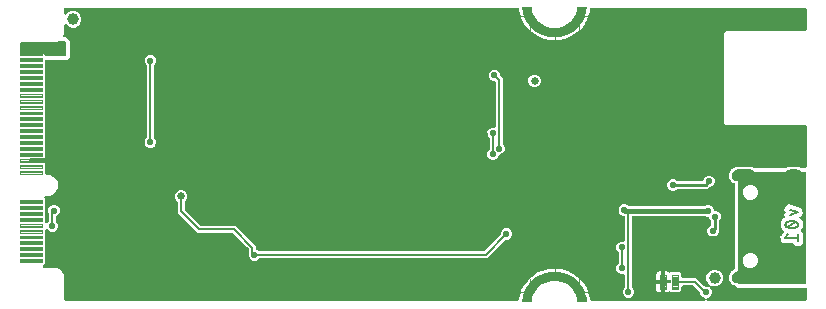
<source format=gbl>
G04 EAGLE Gerber RS-274X export*
G75*
%MOMM*%
%FSLAX34Y34*%
%LPD*%
%INBottom Copper*%
%IPPOS*%
%AMOC8*
5,1,8,0,0,1.08239X$1,22.5*%
G01*
%ADD10C,0.203200*%
%ADD11C,1.000000*%
%ADD12C,0.101500*%
%ADD13C,0.454000*%
%ADD14C,0.101600*%
%ADD15C,0.635000*%
%ADD16C,0.654000*%
%ADD17C,0.099059*%
%ADD18C,0.558800*%
%ADD19C,0.381000*%
%ADD20C,0.508000*%
%ADD21C,0.254000*%

G36*
X427030Y3056D02*
X427030Y3056D01*
X427088Y3054D01*
X427188Y3076D01*
X427289Y3089D01*
X427342Y3110D01*
X427398Y3122D01*
X427490Y3168D01*
X427585Y3206D01*
X427631Y3239D01*
X427682Y3265D01*
X427759Y3332D01*
X427842Y3392D01*
X427879Y3437D01*
X427922Y3474D01*
X427980Y3559D01*
X428045Y3637D01*
X428069Y3689D01*
X428102Y3737D01*
X428137Y3833D01*
X428180Y3925D01*
X428191Y3981D01*
X428211Y4035D01*
X428237Y4194D01*
X428259Y4419D01*
X428276Y4505D01*
X428276Y4506D01*
X428904Y7560D01*
X429307Y8829D01*
X429377Y8857D01*
X429468Y8882D01*
X429525Y8915D01*
X429586Y8939D01*
X429662Y8994D01*
X429743Y9041D01*
X429790Y9088D01*
X429844Y9126D01*
X429903Y9198D01*
X429970Y9264D01*
X430004Y9320D01*
X430046Y9371D01*
X430086Y9456D01*
X430135Y9536D01*
X430174Y9643D01*
X430182Y9659D01*
X430184Y9668D01*
X430191Y9687D01*
X430215Y9830D01*
X430242Y9972D01*
X430241Y9986D01*
X430243Y10001D01*
X430231Y10145D01*
X430222Y10289D01*
X430217Y10303D01*
X430216Y10318D01*
X430168Y10454D01*
X430124Y10592D01*
X430116Y10604D01*
X430111Y10618D01*
X430031Y10738D01*
X429971Y10833D01*
X430013Y10931D01*
X431161Y13552D01*
X431554Y14241D01*
X432748Y16338D01*
X433393Y17235D01*
X434619Y18942D01*
X435502Y19933D01*
X436752Y21335D01*
X439124Y23492D01*
X441709Y25388D01*
X444479Y27002D01*
X447403Y28317D01*
X450449Y29318D01*
X453583Y29995D01*
X456770Y30339D01*
X457865Y30341D01*
X457913Y30348D01*
X458381Y30343D01*
X458385Y30343D01*
X458394Y30343D01*
X458395Y30343D01*
X458397Y30343D01*
X458827Y30344D01*
X458842Y30343D01*
X458917Y30337D01*
X460007Y30326D01*
X461119Y30199D01*
X463183Y29962D01*
X464657Y29635D01*
X466305Y29270D01*
X469338Y28258D01*
X472249Y26937D01*
X475007Y25321D01*
X477584Y23428D01*
X478144Y22918D01*
X478150Y22867D01*
X478154Y22857D01*
X478155Y22848D01*
X478213Y22710D01*
X478267Y22571D01*
X478273Y22563D01*
X478277Y22554D01*
X478367Y22434D01*
X478454Y22313D01*
X478462Y22307D01*
X478468Y22299D01*
X478587Y22191D01*
X478646Y22155D01*
X478699Y22111D01*
X478700Y22110D01*
X478781Y22072D01*
X478859Y22025D01*
X478925Y22004D01*
X478987Y21975D01*
X479076Y21958D01*
X479163Y21931D01*
X479232Y21928D01*
X479233Y21928D01*
X479949Y21277D01*
X482079Y18892D01*
X483950Y16300D01*
X485542Y13527D01*
X486756Y10788D01*
X486730Y10757D01*
X486723Y10744D01*
X486714Y10733D01*
X486652Y10602D01*
X486587Y10473D01*
X486584Y10458D01*
X486578Y10445D01*
X486551Y10303D01*
X486520Y10162D01*
X486521Y10147D01*
X486518Y10133D01*
X486527Y9989D01*
X486533Y9844D01*
X486537Y9824D01*
X486538Y9815D01*
X486543Y9798D01*
X486569Y9687D01*
X486607Y9601D01*
X486636Y9512D01*
X486671Y9457D01*
X486698Y9396D01*
X486756Y9323D01*
X486806Y9244D01*
X486854Y9199D01*
X486895Y9147D01*
X486970Y9090D01*
X487038Y9026D01*
X487096Y8994D01*
X487148Y8954D01*
X487234Y8917D01*
X487316Y8872D01*
X487380Y8856D01*
X487407Y8844D01*
X487823Y7562D01*
X488487Y4436D01*
X488514Y4184D01*
X488526Y4133D01*
X488529Y4081D01*
X488562Y3979D01*
X488586Y3875D01*
X488611Y3828D01*
X488627Y3779D01*
X488684Y3688D01*
X488734Y3593D01*
X488769Y3554D01*
X488797Y3510D01*
X488875Y3436D01*
X488947Y3357D01*
X488990Y3328D01*
X489029Y3292D01*
X489123Y3240D01*
X489212Y3181D01*
X489261Y3164D01*
X489307Y3138D01*
X489411Y3112D01*
X489512Y3076D01*
X489564Y3072D01*
X489615Y3059D01*
X489776Y3049D01*
X584914Y3049D01*
X584984Y3057D01*
X585053Y3056D01*
X585141Y3077D01*
X585230Y3089D01*
X585295Y3114D01*
X585363Y3131D01*
X585442Y3173D01*
X585526Y3206D01*
X585582Y3247D01*
X585644Y3279D01*
X585710Y3340D01*
X585783Y3392D01*
X585827Y3446D01*
X585879Y3493D01*
X585928Y3568D01*
X585986Y3637D01*
X586015Y3701D01*
X586054Y3759D01*
X586083Y3844D01*
X586121Y3925D01*
X586134Y3994D01*
X586157Y4060D01*
X586164Y4149D01*
X586181Y4237D01*
X586177Y4307D01*
X586182Y4377D01*
X586167Y4465D01*
X586161Y4555D01*
X586140Y4621D01*
X586128Y4690D01*
X586091Y4772D01*
X586063Y4857D01*
X586026Y4916D01*
X585997Y4980D01*
X585941Y5050D01*
X585893Y5126D01*
X585842Y5174D01*
X585799Y5228D01*
X585727Y5283D01*
X585661Y5344D01*
X585600Y5378D01*
X585545Y5420D01*
X585400Y5491D01*
X584006Y6068D01*
X582648Y7426D01*
X581913Y9200D01*
X581913Y9514D01*
X581901Y9613D01*
X581898Y9712D01*
X581881Y9770D01*
X581873Y9830D01*
X581837Y9922D01*
X581809Y10017D01*
X581779Y10069D01*
X581756Y10126D01*
X581698Y10206D01*
X581648Y10291D01*
X581582Y10366D01*
X581570Y10383D01*
X581560Y10391D01*
X581542Y10412D01*
X576324Y15630D01*
X576246Y15690D01*
X576174Y15758D01*
X576121Y15787D01*
X576073Y15824D01*
X575982Y15864D01*
X575895Y15912D01*
X575836Y15927D01*
X575781Y15951D01*
X575683Y15966D01*
X575587Y15991D01*
X575487Y15997D01*
X575467Y16001D01*
X575454Y15999D01*
X575426Y16001D01*
X567055Y16001D01*
X566937Y15986D01*
X566818Y15979D01*
X566780Y15966D01*
X566739Y15961D01*
X566629Y15918D01*
X566516Y15881D01*
X566481Y15859D01*
X566444Y15844D01*
X566348Y15775D01*
X566247Y15711D01*
X566219Y15681D01*
X566186Y15658D01*
X566110Y15566D01*
X566029Y15479D01*
X566009Y15444D01*
X565984Y15413D01*
X565933Y15305D01*
X565875Y15201D01*
X565865Y15161D01*
X565848Y15125D01*
X565826Y15008D01*
X565796Y14893D01*
X565792Y14832D01*
X565788Y14813D01*
X565790Y14792D01*
X565786Y14732D01*
X565786Y12148D01*
X564305Y10667D01*
X556597Y10667D01*
X556501Y10764D01*
X556407Y10837D01*
X556317Y10916D01*
X556281Y10934D01*
X556249Y10959D01*
X556140Y11006D01*
X556034Y11060D01*
X555995Y11069D01*
X555958Y11085D01*
X555840Y11104D01*
X555724Y11130D01*
X555683Y11129D01*
X555644Y11135D01*
X555525Y11124D01*
X555406Y11120D01*
X555367Y11109D01*
X555327Y11105D01*
X555215Y11065D01*
X555100Y11032D01*
X555066Y11011D01*
X555028Y10997D01*
X554929Y10931D01*
X554826Y10870D01*
X554781Y10830D01*
X554765Y10819D01*
X554751Y10804D01*
X554709Y10766D01*
X554016Y10366D01*
X553243Y10159D01*
X551687Y10159D01*
X551687Y17717D01*
X557086Y17717D01*
X557104Y17729D01*
X557127Y17733D01*
X557134Y17748D01*
X557143Y17754D01*
X557141Y17764D01*
X557148Y17780D01*
X557148Y20320D01*
X557136Y20339D01*
X557133Y20361D01*
X557117Y20368D01*
X557111Y20377D01*
X557101Y20376D01*
X557086Y20383D01*
X551687Y20383D01*
X551687Y27941D01*
X553243Y27941D01*
X554016Y27734D01*
X554710Y27333D01*
X554800Y27263D01*
X554889Y27185D01*
X554925Y27166D01*
X554957Y27141D01*
X555066Y27094D01*
X555172Y27040D01*
X555212Y27031D01*
X555249Y27015D01*
X555366Y26996D01*
X555483Y26970D01*
X555523Y26972D01*
X555563Y26965D01*
X555681Y26976D01*
X555800Y26980D01*
X555839Y26991D01*
X555879Y26995D01*
X555992Y27035D01*
X556106Y27068D01*
X556141Y27089D01*
X556179Y27103D01*
X556277Y27169D01*
X556380Y27230D01*
X556425Y27270D01*
X556442Y27281D01*
X556455Y27296D01*
X556501Y27336D01*
X556597Y27433D01*
X564305Y27433D01*
X565786Y25952D01*
X565786Y23368D01*
X565801Y23250D01*
X565808Y23131D01*
X565821Y23093D01*
X565826Y23052D01*
X565869Y22942D01*
X565906Y22829D01*
X565928Y22794D01*
X565943Y22757D01*
X566012Y22661D01*
X566076Y22560D01*
X566106Y22532D01*
X566129Y22499D01*
X566221Y22423D01*
X566308Y22342D01*
X566343Y22322D01*
X566374Y22297D01*
X566482Y22246D01*
X566586Y22188D01*
X566626Y22178D01*
X566662Y22161D01*
X566779Y22139D01*
X566894Y22109D01*
X566954Y22105D01*
X566974Y22101D01*
X566995Y22103D01*
X567055Y22099D01*
X578478Y22099D01*
X585218Y15358D01*
X585296Y15298D01*
X585368Y15230D01*
X585421Y15201D01*
X585469Y15164D01*
X585560Y15124D01*
X585647Y15076D01*
X585706Y15061D01*
X585761Y15037D01*
X585859Y15022D01*
X585955Y14997D01*
X586055Y14991D01*
X586075Y14987D01*
X586088Y14989D01*
X586116Y14987D01*
X587700Y14987D01*
X587902Y14903D01*
X587969Y14885D01*
X588033Y14857D01*
X588122Y14843D01*
X588208Y14819D01*
X588278Y14818D01*
X588347Y14807D01*
X588437Y14816D01*
X588526Y14814D01*
X588594Y14830D01*
X588664Y14837D01*
X588748Y14867D01*
X588836Y14888D01*
X588897Y14921D01*
X588963Y14945D01*
X589037Y14995D01*
X589117Y15037D01*
X589168Y15084D01*
X589226Y15123D01*
X589286Y15191D01*
X589352Y15251D01*
X589390Y15309D01*
X589437Y15362D01*
X589477Y15442D01*
X589527Y15517D01*
X589549Y15583D01*
X589581Y15645D01*
X589601Y15733D01*
X589630Y15817D01*
X589636Y15887D01*
X589651Y15955D01*
X589648Y16045D01*
X589655Y16134D01*
X589643Y16203D01*
X589641Y16273D01*
X589616Y16359D01*
X589601Y16448D01*
X589572Y16512D01*
X589553Y16579D01*
X589507Y16656D01*
X589470Y16738D01*
X589427Y16792D01*
X589391Y16853D01*
X589285Y16973D01*
X587890Y18368D01*
X586819Y20953D01*
X586819Y23751D01*
X587890Y26336D01*
X589868Y28314D01*
X592453Y29385D01*
X595251Y29385D01*
X597836Y28314D01*
X599814Y26336D01*
X600885Y23751D01*
X600885Y20953D01*
X599814Y18368D01*
X597836Y16390D01*
X595251Y15319D01*
X592453Y15319D01*
X591441Y15739D01*
X591374Y15757D01*
X591309Y15785D01*
X591221Y15799D01*
X591134Y15823D01*
X591064Y15824D01*
X590995Y15835D01*
X590906Y15826D01*
X590816Y15828D01*
X590748Y15811D01*
X590679Y15805D01*
X590594Y15774D01*
X590507Y15753D01*
X590445Y15721D01*
X590379Y15697D01*
X590305Y15647D01*
X590226Y15605D01*
X590174Y15558D01*
X590116Y15519D01*
X590057Y15451D01*
X589990Y15391D01*
X589952Y15333D01*
X589906Y15280D01*
X589865Y15200D01*
X589816Y15125D01*
X589793Y15059D01*
X589761Y14997D01*
X589742Y14909D01*
X589712Y14824D01*
X589707Y14755D01*
X589692Y14687D01*
X589694Y14597D01*
X589687Y14507D01*
X589699Y14439D01*
X589701Y14369D01*
X589726Y14282D01*
X589742Y14194D01*
X589770Y14130D01*
X589790Y14063D01*
X589835Y13986D01*
X589872Y13904D01*
X589916Y13849D01*
X589951Y13789D01*
X590058Y13668D01*
X590832Y12894D01*
X591567Y11120D01*
X591567Y9200D01*
X590832Y7426D01*
X589474Y6068D01*
X588080Y5491D01*
X588019Y5456D01*
X587954Y5430D01*
X587882Y5378D01*
X587804Y5333D01*
X587754Y5285D01*
X587697Y5244D01*
X587640Y5174D01*
X587575Y5112D01*
X587539Y5052D01*
X587494Y4999D01*
X587456Y4917D01*
X587409Y4841D01*
X587388Y4774D01*
X587359Y4711D01*
X587342Y4623D01*
X587315Y4537D01*
X587312Y4467D01*
X587299Y4398D01*
X587305Y4309D01*
X587300Y4219D01*
X587314Y4151D01*
X587319Y4081D01*
X587346Y3996D01*
X587365Y3908D01*
X587395Y3845D01*
X587417Y3779D01*
X587465Y3703D01*
X587504Y3622D01*
X587550Y3569D01*
X587587Y3510D01*
X587652Y3448D01*
X587711Y3380D01*
X587768Y3340D01*
X587819Y3292D01*
X587897Y3249D01*
X587971Y3197D01*
X588036Y3172D01*
X588097Y3138D01*
X588184Y3116D01*
X588268Y3084D01*
X588338Y3076D01*
X588405Y3059D01*
X588566Y3049D01*
X670682Y3049D01*
X670800Y3064D01*
X670919Y3071D01*
X670957Y3084D01*
X670998Y3089D01*
X671108Y3132D01*
X671221Y3169D01*
X671256Y3191D01*
X671293Y3206D01*
X671389Y3275D01*
X671490Y3339D01*
X671518Y3369D01*
X671551Y3392D01*
X671627Y3484D01*
X671708Y3571D01*
X671728Y3606D01*
X671753Y3637D01*
X671804Y3745D01*
X671862Y3849D01*
X671872Y3889D01*
X671889Y3925D01*
X671911Y4042D01*
X671941Y4157D01*
X671945Y4217D01*
X671949Y4237D01*
X671947Y4258D01*
X671951Y4318D01*
X671951Y12827D01*
X671936Y12945D01*
X671929Y13064D01*
X671916Y13102D01*
X671911Y13143D01*
X671868Y13253D01*
X671831Y13366D01*
X671809Y13401D01*
X671794Y13438D01*
X671725Y13534D01*
X671661Y13635D01*
X671631Y13663D01*
X671608Y13696D01*
X671516Y13772D01*
X671429Y13853D01*
X671394Y13873D01*
X671363Y13898D01*
X671255Y13949D01*
X671151Y14007D01*
X671111Y14017D01*
X671075Y14034D01*
X670958Y14056D01*
X670843Y14086D01*
X670783Y14090D01*
X670763Y14094D01*
X670742Y14092D01*
X670682Y14096D01*
X613154Y14096D01*
X611576Y15674D01*
X611554Y15691D01*
X611536Y15712D01*
X611429Y15788D01*
X611325Y15869D01*
X611299Y15880D01*
X611277Y15896D01*
X611154Y15943D01*
X611033Y15995D01*
X611006Y16000D01*
X610980Y16010D01*
X610867Y16030D01*
X610292Y16391D01*
X610236Y16417D01*
X610185Y16451D01*
X610036Y16514D01*
X609402Y16736D01*
X608927Y17211D01*
X608878Y17249D01*
X608835Y17294D01*
X608705Y17388D01*
X608136Y17746D01*
X607778Y18315D01*
X607739Y18363D01*
X607708Y18416D01*
X607601Y18537D01*
X607126Y19012D01*
X606904Y19646D01*
X606876Y19702D01*
X606858Y19761D01*
X606781Y19902D01*
X606423Y20471D01*
X606348Y21139D01*
X606333Y21199D01*
X606328Y21261D01*
X606285Y21416D01*
X606063Y22050D01*
X606138Y22718D01*
X606137Y22780D01*
X606146Y22841D01*
X606138Y23002D01*
X606063Y23670D01*
X606285Y24304D01*
X606298Y24365D01*
X606320Y24423D01*
X606348Y24581D01*
X606423Y25249D01*
X606781Y25818D01*
X606807Y25874D01*
X606841Y25926D01*
X606904Y26074D01*
X607126Y26708D01*
X607601Y27183D01*
X607639Y27232D01*
X607684Y27275D01*
X607778Y27405D01*
X608136Y27974D01*
X608705Y28332D01*
X608753Y28371D01*
X608806Y28402D01*
X608927Y28509D01*
X609402Y28984D01*
X610036Y29206D01*
X610092Y29234D01*
X610151Y29253D01*
X610293Y29329D01*
X610403Y29399D01*
X610466Y29451D01*
X610535Y29494D01*
X610588Y29551D01*
X610648Y29600D01*
X610697Y29666D01*
X610753Y29726D01*
X610791Y29794D01*
X610837Y29857D01*
X610867Y29933D01*
X610907Y30004D01*
X610926Y30080D01*
X610955Y30152D01*
X610966Y30233D01*
X610986Y30312D01*
X610996Y30462D01*
X610996Y30467D01*
X610996Y30469D01*
X610996Y30473D01*
X610996Y101607D01*
X610986Y101688D01*
X610986Y101770D01*
X610966Y101845D01*
X610956Y101922D01*
X610926Y101999D01*
X610906Y102078D01*
X610868Y102146D01*
X610839Y102218D01*
X610791Y102284D01*
X610751Y102356D01*
X610698Y102413D01*
X610653Y102475D01*
X610589Y102528D01*
X610533Y102587D01*
X610412Y102675D01*
X610408Y102678D01*
X610406Y102679D01*
X610402Y102682D01*
X610292Y102751D01*
X610236Y102777D01*
X610185Y102811D01*
X610036Y102874D01*
X609402Y103096D01*
X608927Y103571D01*
X608878Y103609D01*
X608835Y103654D01*
X608705Y103748D01*
X608136Y104106D01*
X607778Y104675D01*
X607739Y104723D01*
X607708Y104776D01*
X607601Y104897D01*
X607126Y105372D01*
X606904Y106006D01*
X606876Y106062D01*
X606858Y106121D01*
X606781Y106262D01*
X606423Y106831D01*
X606348Y107499D01*
X606333Y107559D01*
X606328Y107621D01*
X606285Y107776D01*
X606063Y108410D01*
X606138Y109078D01*
X606137Y109140D01*
X606146Y109201D01*
X606138Y109362D01*
X606063Y110030D01*
X606285Y110664D01*
X606298Y110725D01*
X606320Y110783D01*
X606348Y110941D01*
X606423Y111609D01*
X606781Y112178D01*
X606807Y112234D01*
X606841Y112285D01*
X606904Y112434D01*
X607126Y113068D01*
X607601Y113543D01*
X607639Y113592D01*
X607684Y113635D01*
X607778Y113765D01*
X608136Y114334D01*
X608705Y114692D01*
X608753Y114731D01*
X608806Y114762D01*
X608927Y114869D01*
X609402Y115344D01*
X610036Y115566D01*
X610092Y115594D01*
X610151Y115612D01*
X610292Y115689D01*
X610861Y116047D01*
X611529Y116122D01*
X611589Y116137D01*
X611651Y116142D01*
X611806Y116185D01*
X612246Y116339D01*
X612278Y116355D01*
X612296Y116360D01*
X612393Y116327D01*
X612438Y116324D01*
X612481Y116313D01*
X612642Y116303D01*
X613062Y116303D01*
X613075Y116304D01*
X613204Y116311D01*
X613950Y116395D01*
X613954Y116392D01*
X614081Y116360D01*
X614207Y116321D01*
X614235Y116320D01*
X614262Y116313D01*
X614423Y116303D01*
X623077Y116303D01*
X623105Y116306D01*
X623133Y116304D01*
X623262Y116326D01*
X623393Y116343D01*
X623419Y116353D01*
X623446Y116358D01*
X623534Y116397D01*
X624296Y116311D01*
X624310Y116311D01*
X624438Y116303D01*
X624858Y116303D01*
X624902Y116308D01*
X624948Y116306D01*
X625060Y116328D01*
X625173Y116343D01*
X625211Y116357D01*
X625254Y116339D01*
X625694Y116185D01*
X625755Y116172D01*
X625813Y116150D01*
X625971Y116122D01*
X626639Y116047D01*
X627208Y115689D01*
X627264Y115663D01*
X627316Y115629D01*
X627464Y115566D01*
X627610Y115515D01*
X627740Y115487D01*
X627868Y115454D01*
X627906Y115452D01*
X627921Y115448D01*
X627943Y115449D01*
X628029Y115444D01*
X653771Y115444D01*
X653903Y115460D01*
X654035Y115471D01*
X654071Y115482D01*
X654087Y115484D01*
X654107Y115492D01*
X654190Y115515D01*
X654336Y115566D01*
X654392Y115594D01*
X654451Y115612D01*
X654592Y115689D01*
X655161Y116047D01*
X655829Y116122D01*
X655889Y116137D01*
X655951Y116142D01*
X656106Y116185D01*
X656546Y116339D01*
X656578Y116355D01*
X656596Y116360D01*
X656693Y116327D01*
X656738Y116324D01*
X656781Y116313D01*
X656942Y116303D01*
X657362Y116303D01*
X657375Y116304D01*
X657504Y116311D01*
X658250Y116395D01*
X658254Y116392D01*
X658381Y116360D01*
X658507Y116321D01*
X658535Y116320D01*
X658562Y116313D01*
X658723Y116303D01*
X662377Y116303D01*
X662405Y116306D01*
X662433Y116304D01*
X662562Y116326D01*
X662693Y116343D01*
X662719Y116353D01*
X662746Y116358D01*
X662834Y116397D01*
X663596Y116311D01*
X663610Y116311D01*
X663738Y116303D01*
X664158Y116303D01*
X664202Y116308D01*
X664248Y116306D01*
X664360Y116328D01*
X664473Y116343D01*
X664511Y116357D01*
X664554Y116339D01*
X664994Y116185D01*
X665055Y116172D01*
X665113Y116150D01*
X665271Y116122D01*
X665939Y116047D01*
X666508Y115689D01*
X666564Y115663D01*
X666616Y115629D01*
X666764Y115566D01*
X666910Y115515D01*
X667040Y115487D01*
X667168Y115454D01*
X667206Y115452D01*
X667221Y115448D01*
X667243Y115449D01*
X667329Y115444D01*
X670682Y115444D01*
X670800Y115459D01*
X670919Y115466D01*
X670957Y115479D01*
X670998Y115484D01*
X671108Y115527D01*
X671221Y115564D01*
X671256Y115586D01*
X671293Y115601D01*
X671389Y115670D01*
X671490Y115734D01*
X671518Y115764D01*
X671551Y115787D01*
X671627Y115879D01*
X671708Y115966D01*
X671728Y116001D01*
X671753Y116032D01*
X671804Y116140D01*
X671862Y116244D01*
X671872Y116284D01*
X671889Y116320D01*
X671911Y116437D01*
X671941Y116552D01*
X671945Y116612D01*
X671949Y116632D01*
X671947Y116653D01*
X671951Y116713D01*
X671951Y150622D01*
X671936Y150740D01*
X671929Y150859D01*
X671916Y150897D01*
X671911Y150938D01*
X671868Y151048D01*
X671831Y151161D01*
X671809Y151196D01*
X671794Y151233D01*
X671725Y151329D01*
X671661Y151430D01*
X671631Y151458D01*
X671608Y151491D01*
X671516Y151567D01*
X671429Y151648D01*
X671394Y151668D01*
X671363Y151693D01*
X671255Y151744D01*
X671151Y151802D01*
X671111Y151812D01*
X671075Y151829D01*
X670958Y151851D01*
X670843Y151881D01*
X670783Y151885D01*
X670763Y151889D01*
X670742Y151887D01*
X670682Y151891D01*
X603257Y151891D01*
X601471Y153677D01*
X601471Y229863D01*
X603257Y231649D01*
X670682Y231649D01*
X670800Y231664D01*
X670919Y231671D01*
X670957Y231684D01*
X670998Y231689D01*
X671108Y231732D01*
X671221Y231769D01*
X671256Y231791D01*
X671293Y231806D01*
X671389Y231875D01*
X671490Y231939D01*
X671518Y231969D01*
X671551Y231992D01*
X671627Y232084D01*
X671708Y232171D01*
X671728Y232206D01*
X671753Y232237D01*
X671804Y232345D01*
X671862Y232449D01*
X671872Y232489D01*
X671889Y232525D01*
X671911Y232642D01*
X671941Y232757D01*
X671945Y232817D01*
X671949Y232837D01*
X671947Y232858D01*
X671951Y232918D01*
X671951Y249682D01*
X671936Y249800D01*
X671929Y249919D01*
X671916Y249957D01*
X671911Y249998D01*
X671868Y250108D01*
X671831Y250221D01*
X671809Y250256D01*
X671794Y250293D01*
X671725Y250389D01*
X671661Y250490D01*
X671631Y250518D01*
X671608Y250551D01*
X671516Y250627D01*
X671429Y250708D01*
X671394Y250728D01*
X671363Y250753D01*
X671255Y250804D01*
X671151Y250862D01*
X671111Y250872D01*
X671075Y250889D01*
X670958Y250911D01*
X670843Y250941D01*
X670783Y250945D01*
X670763Y250949D01*
X670742Y250947D01*
X670682Y250951D01*
X489726Y250951D01*
X489670Y250944D01*
X489612Y250946D01*
X489512Y250924D01*
X489411Y250911D01*
X489358Y250890D01*
X489301Y250878D01*
X489210Y250832D01*
X489115Y250794D01*
X489069Y250761D01*
X489018Y250735D01*
X488941Y250668D01*
X488858Y250608D01*
X488821Y250563D01*
X488778Y250526D01*
X488720Y250441D01*
X488655Y250363D01*
X488631Y250311D01*
X488598Y250263D01*
X488563Y250167D01*
X488520Y250075D01*
X488509Y250019D01*
X488489Y249965D01*
X488463Y249806D01*
X488441Y249581D01*
X487965Y247262D01*
X487796Y246440D01*
X487392Y245171D01*
X487375Y245164D01*
X487338Y245157D01*
X487227Y245105D01*
X487114Y245061D01*
X487084Y245039D01*
X487050Y245023D01*
X486955Y244946D01*
X486856Y244874D01*
X486833Y244845D01*
X486804Y244821D01*
X486732Y244723D01*
X486654Y244629D01*
X486638Y244595D01*
X486616Y244565D01*
X486547Y244420D01*
X486546Y244419D01*
X486536Y244379D01*
X486518Y244341D01*
X486496Y244225D01*
X486466Y244111D01*
X486466Y244069D01*
X486458Y244028D01*
X486466Y243911D01*
X486465Y243793D01*
X486475Y243753D01*
X486478Y243711D01*
X486514Y243599D01*
X486543Y243485D01*
X486563Y243448D01*
X486576Y243408D01*
X486639Y243309D01*
X486695Y243206D01*
X486724Y243175D01*
X486729Y243166D01*
X485982Y241460D01*
X485539Y240448D01*
X484439Y238518D01*
X483952Y237662D01*
X482603Y235784D01*
X482081Y235058D01*
X480497Y233280D01*
X479948Y232665D01*
X477576Y230508D01*
X474991Y228612D01*
X472221Y226998D01*
X469297Y225683D01*
X466251Y224682D01*
X463117Y224005D01*
X459930Y223661D01*
X458835Y223658D01*
X458787Y223652D01*
X458319Y223657D01*
X458315Y223657D01*
X458306Y223657D01*
X458305Y223657D01*
X458303Y223657D01*
X457873Y223656D01*
X457858Y223657D01*
X457783Y223663D01*
X456693Y223674D01*
X453517Y224038D01*
X450395Y224730D01*
X447362Y225742D01*
X444451Y227063D01*
X441693Y228679D01*
X439116Y230572D01*
X438556Y231082D01*
X438550Y231134D01*
X438546Y231143D01*
X438545Y231152D01*
X438487Y231290D01*
X438433Y231429D01*
X438427Y231437D01*
X438423Y231446D01*
X438334Y231565D01*
X438246Y231687D01*
X438238Y231693D01*
X438232Y231701D01*
X438113Y231809D01*
X438054Y231845D01*
X438001Y231889D01*
X438000Y231890D01*
X437919Y231928D01*
X437841Y231975D01*
X437775Y231996D01*
X437713Y232025D01*
X437624Y232042D01*
X437537Y232069D01*
X437468Y232072D01*
X437467Y232072D01*
X436751Y232723D01*
X434621Y235108D01*
X432750Y237700D01*
X431158Y240473D01*
X429943Y243215D01*
X429986Y243267D01*
X430004Y243305D01*
X430029Y243339D01*
X430072Y243449D01*
X430122Y243555D01*
X430130Y243596D01*
X430145Y243635D01*
X430160Y243752D01*
X430182Y243867D01*
X430179Y243909D01*
X430184Y243951D01*
X430169Y244067D01*
X430162Y244185D01*
X430149Y244225D01*
X430144Y244266D01*
X430094Y244419D01*
X430093Y244420D01*
X430075Y244452D01*
X430064Y244487D01*
X430064Y244488D01*
X429998Y244591D01*
X429939Y244698D01*
X429914Y244725D01*
X429894Y244756D01*
X429805Y244840D01*
X429721Y244929D01*
X429689Y244949D01*
X429662Y244974D01*
X429555Y245033D01*
X429452Y245098D01*
X429416Y245110D01*
X429384Y245128D01*
X429294Y245151D01*
X428877Y246437D01*
X428213Y249565D01*
X428186Y249815D01*
X428174Y249867D01*
X428171Y249919D01*
X428138Y250021D01*
X428114Y250125D01*
X428089Y250172D01*
X428073Y250221D01*
X428016Y250312D01*
X427966Y250407D01*
X427931Y250446D01*
X427903Y250490D01*
X427825Y250563D01*
X427753Y250643D01*
X427709Y250672D01*
X427671Y250708D01*
X427578Y250760D01*
X427488Y250819D01*
X427439Y250836D01*
X427393Y250862D01*
X427289Y250888D01*
X427188Y250924D01*
X427136Y250928D01*
X427085Y250941D01*
X426924Y250951D01*
X44318Y250951D01*
X44200Y250936D01*
X44081Y250929D01*
X44043Y250916D01*
X44002Y250911D01*
X43892Y250868D01*
X43779Y250831D01*
X43744Y250809D01*
X43707Y250794D01*
X43611Y250725D01*
X43510Y250661D01*
X43482Y250631D01*
X43449Y250608D01*
X43373Y250516D01*
X43292Y250429D01*
X43272Y250394D01*
X43247Y250363D01*
X43196Y250255D01*
X43138Y250151D01*
X43128Y250111D01*
X43111Y250075D01*
X43089Y249958D01*
X43059Y249843D01*
X43055Y249783D01*
X43051Y249763D01*
X43053Y249742D01*
X43049Y249682D01*
X43049Y246559D01*
X43066Y246421D01*
X43079Y246282D01*
X43086Y246263D01*
X43089Y246243D01*
X43140Y246114D01*
X43187Y245983D01*
X43198Y245966D01*
X43206Y245948D01*
X43287Y245835D01*
X43365Y245720D01*
X43381Y245707D01*
X43392Y245690D01*
X43500Y245601D01*
X43604Y245509D01*
X43622Y245500D01*
X43637Y245487D01*
X43763Y245428D01*
X43887Y245365D01*
X43907Y245360D01*
X43925Y245352D01*
X44062Y245326D01*
X44197Y245295D01*
X44218Y245296D01*
X44237Y245292D01*
X44376Y245301D01*
X44515Y245305D01*
X44535Y245311D01*
X44555Y245312D01*
X44687Y245355D01*
X44821Y245393D01*
X44838Y245404D01*
X44857Y245410D01*
X44975Y245484D01*
X45095Y245555D01*
X45116Y245573D01*
X45126Y245580D01*
X45140Y245595D01*
X45215Y245661D01*
X46816Y247262D01*
X49401Y248333D01*
X52199Y248333D01*
X54784Y247262D01*
X56762Y245284D01*
X57833Y242699D01*
X57833Y239901D01*
X56762Y237316D01*
X54784Y235338D01*
X52199Y234267D01*
X49401Y234267D01*
X46816Y235338D01*
X45215Y236939D01*
X45106Y237024D01*
X44999Y237113D01*
X44980Y237121D01*
X44964Y237134D01*
X44836Y237189D01*
X44711Y237248D01*
X44691Y237252D01*
X44672Y237260D01*
X44534Y237282D01*
X44398Y237308D01*
X44378Y237307D01*
X44358Y237310D01*
X44219Y237297D01*
X44081Y237288D01*
X44062Y237282D01*
X44042Y237280D01*
X43910Y237233D01*
X43779Y237190D01*
X43761Y237179D01*
X43742Y237172D01*
X43627Y237094D01*
X43510Y237020D01*
X43496Y237005D01*
X43479Y236994D01*
X43387Y236890D01*
X43292Y236788D01*
X43282Y236771D01*
X43269Y236755D01*
X43205Y236631D01*
X43138Y236510D01*
X43133Y236490D01*
X43124Y236472D01*
X43094Y236336D01*
X43059Y236202D01*
X43057Y236174D01*
X43054Y236162D01*
X43055Y236141D01*
X43049Y236041D01*
X43049Y232590D01*
X43055Y232542D01*
X43052Y232493D01*
X43075Y232385D01*
X43089Y232275D01*
X43107Y232230D01*
X43116Y232182D01*
X43148Y232118D01*
X43053Y230929D01*
X43054Y230907D01*
X43049Y230828D01*
X43049Y229646D01*
X43039Y229632D01*
X43003Y229528D01*
X42959Y229426D01*
X42951Y229378D01*
X42936Y229332D01*
X42913Y229172D01*
X42877Y228721D01*
X42663Y228387D01*
X42663Y228386D01*
X42344Y227885D01*
X42344Y227884D01*
X42343Y227884D01*
X42276Y227742D01*
X42208Y227597D01*
X42207Y227596D01*
X42180Y227452D01*
X42148Y227285D01*
X42148Y227284D01*
X42148Y227283D01*
X42157Y227127D01*
X42167Y226968D01*
X42167Y226967D01*
X42167Y226966D01*
X42214Y226823D01*
X42265Y226665D01*
X42265Y226664D01*
X42354Y226523D01*
X42435Y226396D01*
X42436Y226395D01*
X42560Y226277D01*
X42666Y226178D01*
X42667Y226178D01*
X42667Y226177D01*
X42808Y226100D01*
X42944Y226024D01*
X42945Y226024D01*
X42946Y226023D01*
X43094Y225985D01*
X43252Y225944D01*
X43253Y225944D01*
X43254Y225944D01*
X43414Y225934D01*
X44706Y225934D01*
X48134Y222506D01*
X48134Y209294D01*
X45976Y207136D01*
X28302Y207136D01*
X28184Y207121D01*
X28065Y207114D01*
X28027Y207101D01*
X27986Y207096D01*
X27876Y207053D01*
X27763Y207016D01*
X27728Y206994D01*
X27691Y206979D01*
X27595Y206910D01*
X27494Y206846D01*
X27466Y206816D01*
X27433Y206793D01*
X27357Y206701D01*
X27276Y206614D01*
X27256Y206579D01*
X27231Y206548D01*
X27180Y206440D01*
X27122Y206336D01*
X27112Y206296D01*
X27095Y206260D01*
X27073Y206143D01*
X27043Y206028D01*
X27039Y205968D01*
X27035Y205948D01*
X27037Y205927D01*
X27033Y205867D01*
X27033Y125279D01*
X27044Y125188D01*
X27046Y125095D01*
X27064Y125031D01*
X27073Y124964D01*
X27107Y124878D01*
X27131Y124789D01*
X27183Y124684D01*
X27190Y124668D01*
X27195Y124661D01*
X27203Y124645D01*
X27333Y124419D01*
X27541Y123644D01*
X27541Y123269D01*
X26123Y123269D01*
X26085Y123265D01*
X26048Y123267D01*
X25988Y123256D01*
X25925Y123254D01*
X25867Y123237D01*
X25807Y123230D01*
X25772Y123215D01*
X25735Y123209D01*
X25680Y123183D01*
X25620Y123166D01*
X25568Y123135D01*
X25511Y123113D01*
X25481Y123090D01*
X25447Y123074D01*
X25399Y123035D01*
X25346Y123004D01*
X25271Y122938D01*
X25254Y122926D01*
X25246Y122916D01*
X25225Y122898D01*
X25225Y122897D01*
X25214Y122884D01*
X25201Y122873D01*
X25129Y122774D01*
X25051Y122681D01*
X25043Y122663D01*
X25030Y122646D01*
X25023Y122630D01*
X25013Y122616D01*
X24967Y122502D01*
X24916Y122393D01*
X24912Y122374D01*
X24904Y122354D01*
X24901Y122337D01*
X24894Y122321D01*
X24878Y122198D01*
X24856Y122081D01*
X24857Y122061D01*
X24854Y122040D01*
X24855Y122023D01*
X24853Y122006D01*
X24868Y121882D01*
X24876Y121763D01*
X24882Y121744D01*
X24884Y121724D01*
X24890Y121707D01*
X24892Y121690D01*
X24937Y121574D01*
X24974Y121460D01*
X24984Y121444D01*
X24991Y121424D01*
X25001Y121410D01*
X25007Y121394D01*
X25079Y121294D01*
X25144Y121192D01*
X25158Y121178D01*
X25170Y121161D01*
X25183Y121150D01*
X25193Y121136D01*
X25310Y121025D01*
X25345Y121002D01*
X25375Y120974D01*
X25393Y120964D01*
X25408Y120951D01*
X25495Y120906D01*
X25578Y120853D01*
X25617Y120840D01*
X25654Y120820D01*
X25674Y120815D01*
X25691Y120806D01*
X25786Y120785D01*
X25880Y120754D01*
X25922Y120751D01*
X25962Y120741D01*
X25991Y120739D01*
X26002Y120736D01*
X26021Y120737D01*
X26123Y120731D01*
X27541Y120731D01*
X27541Y120356D01*
X27333Y119581D01*
X27203Y119355D01*
X27167Y119270D01*
X27122Y119189D01*
X27106Y119124D01*
X27080Y119062D01*
X27066Y118971D01*
X27043Y118881D01*
X27036Y118765D01*
X27033Y118748D01*
X27034Y118739D01*
X27033Y118721D01*
X27033Y111068D01*
X27048Y110950D01*
X27055Y110831D01*
X27068Y110793D01*
X27073Y110752D01*
X27116Y110642D01*
X27153Y110529D01*
X27175Y110494D01*
X27190Y110457D01*
X27259Y110361D01*
X27323Y110260D01*
X27353Y110232D01*
X27376Y110199D01*
X27468Y110123D01*
X27555Y110042D01*
X27590Y110022D01*
X27621Y109997D01*
X27729Y109946D01*
X27833Y109888D01*
X27873Y109878D01*
X27909Y109861D01*
X28026Y109839D01*
X28141Y109809D01*
X28201Y109805D01*
X28221Y109801D01*
X28242Y109803D01*
X28302Y109799D01*
X31425Y109799D01*
X35624Y107374D01*
X38049Y103175D01*
X38049Y98325D01*
X35624Y94126D01*
X31425Y91701D01*
X27690Y91701D01*
X27552Y91684D01*
X27414Y91671D01*
X27395Y91664D01*
X27375Y91661D01*
X27245Y91610D01*
X27115Y91563D01*
X27098Y91552D01*
X27079Y91544D01*
X26967Y91463D01*
X26852Y91385D01*
X26838Y91369D01*
X26822Y91358D01*
X26733Y91250D01*
X26641Y91146D01*
X26632Y91128D01*
X26619Y91113D01*
X26560Y90987D01*
X26497Y90863D01*
X26492Y90843D01*
X26483Y90825D01*
X26457Y90689D01*
X26427Y90553D01*
X26428Y90532D01*
X26424Y90513D01*
X26432Y90374D01*
X26437Y90235D01*
X26442Y90215D01*
X26443Y90195D01*
X26486Y90063D01*
X26525Y89929D01*
X26535Y89912D01*
X26541Y89893D01*
X26616Y89775D01*
X26687Y89655D01*
X26705Y89634D01*
X26712Y89624D01*
X26727Y89610D01*
X26793Y89534D01*
X27033Y89295D01*
X27033Y69943D01*
X27050Y69805D01*
X27063Y69667D01*
X27070Y69648D01*
X27073Y69627D01*
X27124Y69498D01*
X27171Y69367D01*
X27182Y69351D01*
X27190Y69332D01*
X27271Y69219D01*
X27349Y69104D01*
X27365Y69091D01*
X27376Y69074D01*
X27484Y68986D01*
X27588Y68894D01*
X27606Y68885D01*
X27621Y68872D01*
X27747Y68813D01*
X27871Y68749D01*
X27891Y68745D01*
X27909Y68736D01*
X28045Y68710D01*
X28181Y68679D01*
X28202Y68680D01*
X28221Y68676D01*
X28360Y68685D01*
X28499Y68689D01*
X28519Y68695D01*
X28539Y68696D01*
X28671Y68739D01*
X28805Y68778D01*
X28822Y68788D01*
X28841Y68794D01*
X28959Y68868D01*
X29079Y68939D01*
X29100Y68958D01*
X29110Y68964D01*
X29124Y68979D01*
X29200Y69046D01*
X29817Y69663D01*
X29878Y69742D01*
X29946Y69814D01*
X29975Y69867D01*
X30012Y69915D01*
X30052Y70006D01*
X30099Y70092D01*
X30115Y70151D01*
X30139Y70207D01*
X30154Y70304D01*
X30179Y70400D01*
X30185Y70500D01*
X30189Y70521D01*
X30187Y70533D01*
X30189Y70561D01*
X30189Y76827D01*
X30188Y76837D01*
X30189Y76846D01*
X30168Y76995D01*
X30149Y77143D01*
X30146Y77152D01*
X30145Y77161D01*
X30093Y77313D01*
X29618Y78460D01*
X29618Y80380D01*
X30352Y82154D01*
X31710Y83512D01*
X33484Y84247D01*
X35404Y84247D01*
X37178Y83512D01*
X38536Y82154D01*
X39271Y80380D01*
X39271Y78460D01*
X38536Y76686D01*
X37178Y75328D01*
X37070Y75283D01*
X37044Y75269D01*
X37016Y75260D01*
X36985Y75240D01*
X36983Y75239D01*
X36979Y75236D01*
X36907Y75190D01*
X36794Y75126D01*
X36773Y75105D01*
X36748Y75089D01*
X36659Y74995D01*
X36565Y74904D01*
X36550Y74879D01*
X36530Y74858D01*
X36467Y74744D01*
X36399Y74633D01*
X36391Y74605D01*
X36376Y74579D01*
X36344Y74454D01*
X36306Y74329D01*
X36304Y74300D01*
X36297Y74271D01*
X36287Y74111D01*
X36287Y70561D01*
X36299Y70463D01*
X36302Y70364D01*
X36319Y70305D01*
X36326Y70245D01*
X36363Y70153D01*
X36390Y70058D01*
X36421Y70006D01*
X36443Y69950D01*
X36502Y69870D01*
X36552Y69784D01*
X36618Y69709D01*
X36630Y69692D01*
X36640Y69685D01*
X36658Y69663D01*
X37330Y68992D01*
X38065Y67218D01*
X38065Y65298D01*
X37330Y63524D01*
X35972Y62166D01*
X34198Y61431D01*
X32278Y61431D01*
X30504Y62166D01*
X29199Y63470D01*
X29090Y63555D01*
X28983Y63644D01*
X28964Y63653D01*
X28948Y63665D01*
X28821Y63720D01*
X28695Y63780D01*
X28675Y63783D01*
X28656Y63792D01*
X28518Y63813D01*
X28382Y63839D01*
X28362Y63838D01*
X28342Y63841D01*
X28203Y63828D01*
X28065Y63820D01*
X28046Y63813D01*
X28026Y63812D01*
X27894Y63764D01*
X27763Y63722D01*
X27745Y63711D01*
X27726Y63704D01*
X27611Y63626D01*
X27494Y63552D01*
X27480Y63537D01*
X27463Y63525D01*
X27371Y63421D01*
X27276Y63320D01*
X27266Y63302D01*
X27253Y63287D01*
X27189Y63163D01*
X27122Y63041D01*
X27117Y63022D01*
X27108Y63004D01*
X27078Y62868D01*
X27043Y62733D01*
X27041Y62705D01*
X27038Y62693D01*
X27039Y62673D01*
X27033Y62573D01*
X27033Y34705D01*
X25293Y32965D01*
X25208Y32856D01*
X25119Y32749D01*
X25110Y32730D01*
X25098Y32714D01*
X25043Y32586D01*
X24983Y32461D01*
X24980Y32441D01*
X24972Y32422D01*
X24950Y32284D01*
X24924Y32148D01*
X24925Y32128D01*
X24922Y32108D01*
X24935Y31969D01*
X24943Y31831D01*
X24950Y31812D01*
X24952Y31792D01*
X24999Y31660D01*
X25041Y31529D01*
X25052Y31511D01*
X25059Y31492D01*
X25137Y31377D01*
X25212Y31260D01*
X25226Y31246D01*
X25238Y31229D01*
X25342Y31137D01*
X25443Y31042D01*
X25461Y31032D01*
X25476Y31019D01*
X25600Y30955D01*
X25722Y30888D01*
X25741Y30883D01*
X25759Y30874D01*
X25895Y30844D01*
X26030Y30809D01*
X26058Y30807D01*
X26070Y30804D01*
X26090Y30805D01*
X26190Y30799D01*
X33258Y30799D01*
X33345Y30810D01*
X33432Y30811D01*
X33493Y30827D01*
X35017Y30799D01*
X35025Y30800D01*
X35041Y30799D01*
X36567Y30799D01*
X36638Y30779D01*
X36768Y30769D01*
X36781Y30767D01*
X36787Y30767D01*
X36798Y30766D01*
X37113Y30760D01*
X40699Y28742D01*
X42898Y25265D01*
X42929Y24823D01*
X42940Y24769D01*
X42941Y24714D01*
X42970Y24614D01*
X42991Y24511D01*
X43014Y24462D01*
X43030Y24409D01*
X43049Y24376D01*
X43049Y23150D01*
X43051Y23129D01*
X43052Y23062D01*
X43137Y21847D01*
X43112Y21753D01*
X43078Y21654D01*
X43073Y21599D01*
X43059Y21546D01*
X43049Y21385D01*
X43049Y4318D01*
X43064Y4200D01*
X43071Y4081D01*
X43084Y4043D01*
X43089Y4002D01*
X43132Y3892D01*
X43169Y3779D01*
X43191Y3744D01*
X43206Y3707D01*
X43275Y3611D01*
X43339Y3510D01*
X43369Y3482D01*
X43392Y3449D01*
X43484Y3373D01*
X43571Y3292D01*
X43606Y3272D01*
X43637Y3247D01*
X43745Y3196D01*
X43849Y3138D01*
X43889Y3128D01*
X43925Y3111D01*
X44042Y3089D01*
X44157Y3059D01*
X44217Y3055D01*
X44237Y3051D01*
X44258Y3053D01*
X44318Y3049D01*
X426974Y3049D01*
X427030Y3056D01*
G37*
G36*
X670366Y17157D02*
X670366Y17157D01*
X670432Y17159D01*
X670475Y17177D01*
X670522Y17185D01*
X670579Y17219D01*
X670639Y17244D01*
X670674Y17275D01*
X670715Y17300D01*
X670757Y17351D01*
X670805Y17395D01*
X670827Y17437D01*
X670856Y17474D01*
X670877Y17536D01*
X670908Y17595D01*
X670916Y17649D01*
X670928Y17686D01*
X670927Y17726D01*
X670935Y17780D01*
X670935Y111760D01*
X670924Y111825D01*
X670922Y111891D01*
X670904Y111934D01*
X670896Y111981D01*
X670862Y112038D01*
X670837Y112098D01*
X670806Y112133D01*
X670781Y112174D01*
X670730Y112216D01*
X670686Y112264D01*
X670644Y112286D01*
X670607Y112315D01*
X670545Y112336D01*
X670486Y112367D01*
X670432Y112375D01*
X670395Y112387D01*
X670355Y112386D01*
X670301Y112394D01*
X667472Y112394D01*
X666702Y113164D01*
X666694Y113165D01*
X666694Y113171D01*
X665746Y113767D01*
X665737Y113766D01*
X665736Y113771D01*
X664679Y114141D01*
X664671Y114139D01*
X664668Y114144D01*
X663556Y114269D01*
X663552Y114267D01*
X663550Y114269D01*
X657550Y114269D01*
X657547Y114267D01*
X657546Y114267D01*
X657545Y114269D01*
X656432Y114144D01*
X656426Y114138D01*
X656421Y114141D01*
X655364Y113771D01*
X655360Y113765D01*
X655354Y113767D01*
X654406Y113171D01*
X654403Y113163D01*
X654398Y113164D01*
X653628Y112394D01*
X628172Y112394D01*
X627402Y113164D01*
X627394Y113165D01*
X627394Y113171D01*
X626446Y113767D01*
X626437Y113766D01*
X626436Y113771D01*
X625379Y114141D01*
X625371Y114139D01*
X625368Y114144D01*
X624256Y114269D01*
X624252Y114267D01*
X624250Y114269D01*
X613250Y114269D01*
X613247Y114267D01*
X613246Y114267D01*
X613245Y114269D01*
X612132Y114144D01*
X612126Y114138D01*
X612121Y114141D01*
X611064Y113771D01*
X611060Y113765D01*
X611054Y113767D01*
X610106Y113171D01*
X610103Y113163D01*
X610098Y113164D01*
X609306Y112372D01*
X609305Y112364D01*
X609299Y112364D01*
X608703Y111416D01*
X608704Y111407D01*
X608699Y111406D01*
X608329Y110349D01*
X608331Y110343D01*
X608327Y110340D01*
X608328Y110339D01*
X608326Y110338D01*
X608201Y109226D01*
X608205Y109218D01*
X608201Y109215D01*
X608326Y108102D01*
X608332Y108096D01*
X608329Y108091D01*
X608699Y107034D01*
X608706Y107030D01*
X608703Y107024D01*
X609299Y106076D01*
X609307Y106073D01*
X609306Y106068D01*
X610098Y105276D01*
X610106Y105275D01*
X610106Y105269D01*
X611054Y104673D01*
X611063Y104674D01*
X611064Y104669D01*
X612121Y104299D01*
X612129Y104301D01*
X612132Y104296D01*
X613245Y104171D01*
X613248Y104173D01*
X613250Y104171D01*
X614046Y104171D01*
X614046Y27909D01*
X613250Y27909D01*
X613247Y27907D01*
X613246Y27907D01*
X613245Y27909D01*
X612132Y27784D01*
X612126Y27778D01*
X612121Y27781D01*
X611064Y27411D01*
X611060Y27405D01*
X611054Y27407D01*
X610106Y26811D01*
X610103Y26803D01*
X610098Y26804D01*
X609306Y26012D01*
X609305Y26004D01*
X609299Y26004D01*
X608703Y25056D01*
X608704Y25047D01*
X608699Y25046D01*
X608329Y23989D01*
X608331Y23983D01*
X608327Y23980D01*
X608328Y23979D01*
X608326Y23978D01*
X608201Y22866D01*
X608205Y22858D01*
X608201Y22855D01*
X608326Y21742D01*
X608332Y21736D01*
X608329Y21731D01*
X608699Y20674D01*
X608706Y20670D01*
X608703Y20664D01*
X609299Y19716D01*
X609307Y19713D01*
X609306Y19708D01*
X610098Y18916D01*
X610106Y18915D01*
X610106Y18909D01*
X611054Y18313D01*
X611063Y18314D01*
X611064Y18309D01*
X612121Y17939D01*
X612129Y17941D01*
X612132Y17936D01*
X613245Y17811D01*
X613248Y17813D01*
X613250Y17811D01*
X614046Y17811D01*
X614046Y17780D01*
X614057Y17715D01*
X614059Y17649D01*
X614077Y17606D01*
X614085Y17559D01*
X614119Y17502D01*
X614144Y17442D01*
X614175Y17407D01*
X614200Y17366D01*
X614251Y17325D01*
X614295Y17276D01*
X614337Y17254D01*
X614374Y17225D01*
X614436Y17204D01*
X614495Y17173D01*
X614549Y17165D01*
X614586Y17153D01*
X614626Y17154D01*
X614680Y17146D01*
X670301Y17146D01*
X670366Y17157D01*
G37*
%LPC*%
G36*
X203256Y37083D02*
X203256Y37083D01*
X201482Y37818D01*
X200124Y39176D01*
X199389Y40950D01*
X199389Y42870D01*
X199417Y42936D01*
X199419Y42945D01*
X199424Y42953D01*
X199461Y43098D01*
X199501Y43243D01*
X199501Y43252D01*
X199503Y43261D01*
X199513Y43422D01*
X199513Y46008D01*
X199501Y46106D01*
X199498Y46205D01*
X199481Y46263D01*
X199473Y46323D01*
X199437Y46415D01*
X199409Y46510D01*
X199379Y46563D01*
X199356Y46619D01*
X199298Y46699D01*
X199248Y46784D01*
X199182Y46860D01*
X199170Y46876D01*
X199160Y46884D01*
X199142Y46905D01*
X185967Y60080D01*
X185889Y60140D01*
X185817Y60208D01*
X185764Y60237D01*
X185716Y60274D01*
X185625Y60314D01*
X185538Y60362D01*
X185480Y60377D01*
X185424Y60401D01*
X185326Y60416D01*
X185230Y60441D01*
X185130Y60447D01*
X185110Y60451D01*
X185098Y60449D01*
X185070Y60451D01*
X156217Y60451D01*
X139191Y77477D01*
X139191Y86598D01*
X139179Y86696D01*
X139176Y86795D01*
X139159Y86854D01*
X139151Y86914D01*
X139115Y87006D01*
X139087Y87101D01*
X139057Y87153D01*
X139034Y87209D01*
X138976Y87289D01*
X138926Y87375D01*
X138860Y87450D01*
X138848Y87467D01*
X138838Y87474D01*
X138820Y87496D01*
X137825Y88490D01*
X137032Y90404D01*
X137032Y92476D01*
X137825Y94390D01*
X139290Y95855D01*
X141204Y96648D01*
X143276Y96648D01*
X145190Y95855D01*
X146655Y94390D01*
X147448Y92476D01*
X147448Y90404D01*
X146655Y88490D01*
X145660Y87496D01*
X145600Y87417D01*
X145532Y87345D01*
X145503Y87292D01*
X145466Y87244D01*
X145426Y87153D01*
X145378Y87067D01*
X145363Y87008D01*
X145339Y86953D01*
X145324Y86855D01*
X145299Y86759D01*
X145293Y86659D01*
X145289Y86638D01*
X145291Y86626D01*
X145289Y86598D01*
X145289Y80529D01*
X145301Y80430D01*
X145304Y80331D01*
X145321Y80273D01*
X145329Y80213D01*
X145365Y80121D01*
X145393Y80026D01*
X145423Y79974D01*
X145446Y79917D01*
X145504Y79837D01*
X145554Y79752D01*
X145620Y79677D01*
X145632Y79660D01*
X145642Y79652D01*
X145660Y79631D01*
X158371Y66920D01*
X158449Y66860D01*
X158521Y66792D01*
X158574Y66763D01*
X158622Y66726D01*
X158713Y66686D01*
X158800Y66638D01*
X158859Y66623D01*
X158914Y66599D01*
X159012Y66584D01*
X159108Y66559D01*
X159208Y66553D01*
X159228Y66549D01*
X159241Y66551D01*
X159269Y66549D01*
X188121Y66549D01*
X205611Y49059D01*
X205611Y47405D01*
X205614Y47375D01*
X205612Y47346D01*
X205634Y47218D01*
X205651Y47089D01*
X205661Y47062D01*
X205666Y47033D01*
X205720Y46914D01*
X205768Y46794D01*
X205785Y46770D01*
X205797Y46743D01*
X205878Y46641D01*
X205954Y46536D01*
X205977Y46517D01*
X205996Y46494D01*
X206099Y46416D01*
X206199Y46333D01*
X206226Y46321D01*
X206250Y46303D01*
X206394Y46232D01*
X206950Y46002D01*
X207622Y45331D01*
X207700Y45270D01*
X207772Y45202D01*
X207825Y45173D01*
X207873Y45136D01*
X207964Y45096D01*
X208050Y45048D01*
X208109Y45033D01*
X208165Y45009D01*
X208263Y44994D01*
X208358Y44969D01*
X208458Y44963D01*
X208479Y44959D01*
X208491Y44961D01*
X208519Y44959D01*
X398261Y44959D01*
X398360Y44971D01*
X398459Y44974D01*
X398517Y44991D01*
X398577Y44999D01*
X398669Y45035D01*
X398764Y45063D01*
X398816Y45093D01*
X398873Y45116D01*
X398953Y45174D01*
X399038Y45224D01*
X399113Y45290D01*
X399130Y45302D01*
X399138Y45312D01*
X399159Y45330D01*
X412414Y58585D01*
X412474Y58663D01*
X412542Y58736D01*
X412571Y58789D01*
X412609Y58836D01*
X412648Y58927D01*
X412696Y59014D01*
X412711Y59073D01*
X412735Y59128D01*
X412750Y59226D01*
X412775Y59322D01*
X412782Y59422D01*
X412785Y59442D01*
X412784Y59455D01*
X412785Y59483D01*
X412785Y60432D01*
X413520Y62206D01*
X414878Y63564D01*
X416652Y64299D01*
X418572Y64299D01*
X420346Y63564D01*
X421704Y62206D01*
X422439Y60432D01*
X422439Y58512D01*
X421704Y56738D01*
X420346Y55380D01*
X418572Y54645D01*
X417623Y54645D01*
X417525Y54633D01*
X417425Y54630D01*
X417367Y54613D01*
X417307Y54606D01*
X417215Y54569D01*
X417120Y54542D01*
X417068Y54511D01*
X417011Y54489D01*
X416931Y54430D01*
X416846Y54380D01*
X416771Y54314D01*
X416754Y54302D01*
X416746Y54292D01*
X416725Y54274D01*
X401313Y38861D01*
X208519Y38861D01*
X208421Y38849D01*
X208322Y38846D01*
X208264Y38829D01*
X208203Y38821D01*
X208111Y38785D01*
X208016Y38757D01*
X207964Y38727D01*
X207908Y38704D01*
X207828Y38646D01*
X207742Y38596D01*
X207667Y38530D01*
X207650Y38518D01*
X207643Y38508D01*
X207622Y38489D01*
X206950Y37818D01*
X205176Y37083D01*
X203256Y37083D01*
G37*
%LPD*%
%LPC*%
G36*
X519994Y5587D02*
X519994Y5587D01*
X518220Y6322D01*
X516862Y7680D01*
X516127Y9454D01*
X516127Y11374D01*
X516862Y13148D01*
X517534Y13820D01*
X517594Y13898D01*
X517662Y13970D01*
X517691Y14023D01*
X517728Y14071D01*
X517768Y14162D01*
X517816Y14248D01*
X517831Y14307D01*
X517855Y14363D01*
X517870Y14461D01*
X517895Y14556D01*
X517901Y14656D01*
X517905Y14677D01*
X517903Y14689D01*
X517905Y14717D01*
X517905Y24384D01*
X517890Y24502D01*
X517883Y24621D01*
X517870Y24659D01*
X517865Y24700D01*
X517822Y24810D01*
X517785Y24923D01*
X517763Y24958D01*
X517748Y24995D01*
X517679Y25091D01*
X517615Y25192D01*
X517585Y25220D01*
X517562Y25253D01*
X517470Y25329D01*
X517383Y25410D01*
X517348Y25430D01*
X517317Y25455D01*
X517209Y25506D01*
X517105Y25564D01*
X517065Y25574D01*
X517029Y25591D01*
X516912Y25613D01*
X516797Y25643D01*
X516737Y25647D01*
X516717Y25651D01*
X516696Y25649D01*
X516636Y25653D01*
X514660Y25653D01*
X512886Y26388D01*
X511528Y27746D01*
X510793Y29520D01*
X510793Y31440D01*
X511528Y33214D01*
X512200Y33886D01*
X512260Y33964D01*
X512328Y34036D01*
X512349Y34073D01*
X512370Y34099D01*
X512378Y34115D01*
X512394Y34137D01*
X512434Y34228D01*
X512482Y34314D01*
X512494Y34361D01*
X512506Y34387D01*
X512508Y34400D01*
X512521Y34429D01*
X512536Y34527D01*
X512561Y34622D01*
X512567Y34722D01*
X512571Y34743D01*
X512569Y34755D01*
X512571Y34783D01*
X512571Y43957D01*
X512559Y44055D01*
X512556Y44154D01*
X512539Y44212D01*
X512531Y44272D01*
X512495Y44365D01*
X512467Y44460D01*
X512437Y44512D01*
X512414Y44568D01*
X512356Y44648D01*
X512306Y44734D01*
X512240Y44809D01*
X512228Y44826D01*
X512218Y44833D01*
X512200Y44854D01*
X511528Y45526D01*
X510793Y47300D01*
X510793Y49220D01*
X511528Y50994D01*
X512886Y52352D01*
X514660Y53087D01*
X516636Y53087D01*
X516754Y53102D01*
X516873Y53109D01*
X516911Y53122D01*
X516952Y53127D01*
X517062Y53170D01*
X517175Y53207D01*
X517210Y53229D01*
X517247Y53244D01*
X517343Y53313D01*
X517444Y53377D01*
X517472Y53407D01*
X517505Y53430D01*
X517581Y53522D01*
X517662Y53609D01*
X517682Y53644D01*
X517707Y53675D01*
X517758Y53783D01*
X517816Y53887D01*
X517826Y53927D01*
X517843Y53963D01*
X517865Y54080D01*
X517895Y54195D01*
X517899Y54255D01*
X517903Y54275D01*
X517901Y54296D01*
X517905Y54356D01*
X517905Y73787D01*
X517890Y73905D01*
X517883Y74024D01*
X517870Y74062D01*
X517865Y74103D01*
X517822Y74213D01*
X517785Y74326D01*
X517763Y74361D01*
X517748Y74398D01*
X517679Y74494D01*
X517615Y74595D01*
X517585Y74623D01*
X517562Y74656D01*
X517470Y74732D01*
X517383Y74813D01*
X517348Y74833D01*
X517317Y74858D01*
X517209Y74909D01*
X517105Y74967D01*
X517065Y74977D01*
X517029Y74994D01*
X516912Y75016D01*
X516797Y75046D01*
X516737Y75050D01*
X516725Y75052D01*
X516721Y75055D01*
X516577Y75126D01*
X514664Y75918D01*
X513306Y77276D01*
X512571Y79050D01*
X512571Y80970D01*
X513306Y82744D01*
X514664Y84102D01*
X516438Y84837D01*
X518358Y84837D01*
X520132Y84102D01*
X520931Y83303D01*
X521009Y83243D01*
X521081Y83175D01*
X521134Y83146D01*
X521182Y83109D01*
X521273Y83069D01*
X521359Y83021D01*
X521418Y83006D01*
X521474Y82982D01*
X521572Y82967D01*
X521667Y82942D01*
X521767Y82936D01*
X521788Y82932D01*
X521800Y82934D01*
X521828Y82932D01*
X585159Y82932D01*
X585168Y82933D01*
X585178Y82932D01*
X585326Y82953D01*
X585475Y82972D01*
X585483Y82975D01*
X585493Y82976D01*
X585645Y83028D01*
X587558Y83821D01*
X589478Y83821D01*
X591252Y83086D01*
X592610Y81728D01*
X593365Y79905D01*
X593380Y79880D01*
X593389Y79852D01*
X593458Y79742D01*
X593522Y79629D01*
X593543Y79608D01*
X593559Y79583D01*
X593653Y79494D01*
X593744Y79401D01*
X593769Y79385D01*
X593790Y79365D01*
X593904Y79302D01*
X594015Y79234D01*
X594043Y79226D01*
X594069Y79211D01*
X594195Y79179D01*
X594319Y79141D01*
X594348Y79139D01*
X594377Y79132D01*
X594538Y79122D01*
X595320Y79122D01*
X597094Y78387D01*
X598452Y77029D01*
X599187Y75255D01*
X599187Y73335D01*
X598452Y71561D01*
X598034Y71143D01*
X597974Y71065D01*
X597906Y70993D01*
X597877Y70940D01*
X597840Y70892D01*
X597800Y70801D01*
X597752Y70715D01*
X597737Y70656D01*
X597713Y70600D01*
X597698Y70502D01*
X597673Y70407D01*
X597667Y70307D01*
X597663Y70286D01*
X597665Y70274D01*
X597663Y70246D01*
X597663Y62700D01*
X597635Y62670D01*
X597606Y62617D01*
X597568Y62569D01*
X597529Y62478D01*
X597481Y62392D01*
X597466Y62333D01*
X597442Y62277D01*
X597427Y62179D01*
X597402Y62084D01*
X597395Y61984D01*
X597392Y61963D01*
X597393Y61951D01*
X597392Y61923D01*
X597392Y61333D01*
X596657Y59559D01*
X595299Y58201D01*
X593525Y57466D01*
X591605Y57466D01*
X589831Y58201D01*
X588473Y59559D01*
X587738Y61333D01*
X587738Y63253D01*
X588473Y65027D01*
X589831Y66385D01*
X590274Y66568D01*
X590299Y66583D01*
X590327Y66592D01*
X590437Y66661D01*
X590550Y66726D01*
X590571Y66746D01*
X590596Y66762D01*
X590685Y66857D01*
X590778Y66947D01*
X590794Y66972D01*
X590814Y66994D01*
X590877Y67107D01*
X590945Y67218D01*
X590953Y67246D01*
X590968Y67272D01*
X591000Y67398D01*
X591038Y67522D01*
X591040Y67552D01*
X591047Y67580D01*
X591055Y67700D01*
X591057Y67741D01*
X591057Y70246D01*
X591045Y70344D01*
X591042Y70443D01*
X591025Y70501D01*
X591017Y70561D01*
X590981Y70654D01*
X590953Y70749D01*
X590923Y70801D01*
X590900Y70857D01*
X590842Y70937D01*
X590792Y71023D01*
X590726Y71098D01*
X590714Y71115D01*
X590704Y71122D01*
X590686Y71143D01*
X590268Y71561D01*
X589513Y73384D01*
X589507Y73395D01*
X589506Y73397D01*
X589500Y73406D01*
X589498Y73409D01*
X589489Y73437D01*
X589420Y73547D01*
X589356Y73660D01*
X589335Y73681D01*
X589319Y73706D01*
X589225Y73795D01*
X589134Y73888D01*
X589109Y73904D01*
X589088Y73924D01*
X588974Y73987D01*
X588863Y74055D01*
X588835Y74063D01*
X588809Y74078D01*
X588683Y74110D01*
X588559Y74148D01*
X588530Y74150D01*
X588501Y74157D01*
X588340Y74167D01*
X587558Y74167D01*
X585645Y74960D01*
X585636Y74962D01*
X585628Y74967D01*
X585483Y75004D01*
X585338Y75044D01*
X585329Y75044D01*
X585320Y75046D01*
X585159Y75056D01*
X525272Y75056D01*
X525154Y75041D01*
X525035Y75034D01*
X524997Y75021D01*
X524956Y75016D01*
X524846Y74973D01*
X524733Y74936D01*
X524698Y74914D01*
X524661Y74899D01*
X524565Y74830D01*
X524464Y74766D01*
X524436Y74736D01*
X524403Y74713D01*
X524327Y74621D01*
X524246Y74534D01*
X524226Y74499D01*
X524201Y74468D01*
X524150Y74360D01*
X524092Y74256D01*
X524082Y74216D01*
X524065Y74180D01*
X524043Y74063D01*
X524013Y73948D01*
X524009Y73888D01*
X524005Y73868D01*
X524007Y73847D01*
X524003Y73787D01*
X524003Y14717D01*
X524015Y14619D01*
X524018Y14520D01*
X524035Y14462D01*
X524043Y14402D01*
X524079Y14309D01*
X524107Y14214D01*
X524137Y14162D01*
X524160Y14106D01*
X524218Y14026D01*
X524268Y13940D01*
X524334Y13865D01*
X524346Y13848D01*
X524356Y13841D01*
X524374Y13820D01*
X525046Y13148D01*
X525781Y11374D01*
X525781Y9454D01*
X525046Y7680D01*
X523688Y6322D01*
X521914Y5587D01*
X519994Y5587D01*
G37*
%LPD*%
%LPC*%
G36*
X405440Y122173D02*
X405440Y122173D01*
X403666Y122908D01*
X402308Y124266D01*
X401573Y126040D01*
X401573Y127960D01*
X402308Y129734D01*
X402980Y130406D01*
X403040Y130484D01*
X403108Y130556D01*
X403137Y130609D01*
X403174Y130657D01*
X403214Y130748D01*
X403262Y130834D01*
X403277Y130893D01*
X403301Y130949D01*
X403316Y131047D01*
X403341Y131142D01*
X403347Y131242D01*
X403351Y131263D01*
X403349Y131275D01*
X403351Y131303D01*
X403351Y140477D01*
X403339Y140575D01*
X403336Y140674D01*
X403319Y140732D01*
X403311Y140792D01*
X403275Y140885D01*
X403247Y140980D01*
X403217Y141032D01*
X403194Y141088D01*
X403136Y141168D01*
X403086Y141254D01*
X403020Y141329D01*
X403008Y141346D01*
X402998Y141353D01*
X402980Y141374D01*
X402308Y142046D01*
X401573Y143820D01*
X401573Y145740D01*
X402308Y147514D01*
X403666Y148872D01*
X405440Y149607D01*
X407162Y149607D01*
X407280Y149622D01*
X407399Y149629D01*
X407437Y149642D01*
X407478Y149647D01*
X407588Y149690D01*
X407701Y149727D01*
X407736Y149749D01*
X407773Y149764D01*
X407869Y149833D01*
X407970Y149897D01*
X407998Y149927D01*
X408031Y149950D01*
X408107Y150042D01*
X408188Y150129D01*
X408208Y150164D01*
X408233Y150195D01*
X408284Y150303D01*
X408342Y150407D01*
X408352Y150447D01*
X408369Y150483D01*
X408391Y150600D01*
X408421Y150715D01*
X408425Y150775D01*
X408429Y150795D01*
X408427Y150816D01*
X408431Y150876D01*
X408431Y187706D01*
X408416Y187824D01*
X408409Y187943D01*
X408396Y187981D01*
X408391Y188022D01*
X408348Y188132D01*
X408311Y188245D01*
X408289Y188280D01*
X408274Y188317D01*
X408205Y188413D01*
X408141Y188514D01*
X408111Y188542D01*
X408088Y188575D01*
X407996Y188651D01*
X407909Y188732D01*
X407874Y188752D01*
X407843Y188777D01*
X407735Y188828D01*
X407631Y188886D01*
X407591Y188896D01*
X407555Y188913D01*
X407438Y188935D01*
X407323Y188965D01*
X407263Y188969D01*
X407243Y188973D01*
X407222Y188971D01*
X407162Y188975D01*
X406456Y188975D01*
X404682Y189710D01*
X403324Y191068D01*
X402589Y192842D01*
X402589Y194762D01*
X403324Y196536D01*
X404682Y197894D01*
X406456Y198629D01*
X408376Y198629D01*
X410150Y197894D01*
X411508Y196536D01*
X412243Y194762D01*
X412243Y193813D01*
X412255Y193714D01*
X412258Y193615D01*
X412275Y193557D01*
X412283Y193497D01*
X412319Y193405D01*
X412347Y193310D01*
X412377Y193258D01*
X412400Y193201D01*
X412458Y193121D01*
X412508Y193036D01*
X412574Y192961D01*
X412586Y192944D01*
X412596Y192936D01*
X412614Y192915D01*
X414529Y191001D01*
X414529Y136129D01*
X414541Y136031D01*
X414544Y135932D01*
X414561Y135874D01*
X414569Y135814D01*
X414605Y135721D01*
X414633Y135626D01*
X414663Y135574D01*
X414686Y135518D01*
X414744Y135438D01*
X414794Y135352D01*
X414860Y135277D01*
X414872Y135260D01*
X414882Y135253D01*
X414900Y135232D01*
X415572Y134560D01*
X416307Y132786D01*
X416307Y130866D01*
X415572Y129092D01*
X414214Y127734D01*
X412433Y126996D01*
X412413Y126998D01*
X412285Y126976D01*
X412157Y126959D01*
X412129Y126949D01*
X412100Y126944D01*
X411982Y126890D01*
X411861Y126842D01*
X411837Y126825D01*
X411810Y126813D01*
X411709Y126732D01*
X411604Y126656D01*
X411585Y126633D01*
X411562Y126614D01*
X411484Y126511D01*
X411401Y126411D01*
X411388Y126384D01*
X411370Y126360D01*
X411300Y126216D01*
X410492Y124266D01*
X409134Y122908D01*
X407360Y122173D01*
X405440Y122173D01*
G37*
%LPD*%
G36*
X462397Y226508D02*
X462397Y226508D01*
X462407Y226512D01*
X462434Y226514D01*
X466403Y227414D01*
X466412Y227419D01*
X466438Y227425D01*
X470233Y228897D01*
X470240Y228903D01*
X470266Y228913D01*
X473804Y230926D01*
X473810Y230933D01*
X473834Y230946D01*
X477039Y233455D01*
X477044Y233463D01*
X477066Y233480D01*
X479868Y236432D01*
X479873Y236440D01*
X479891Y236460D01*
X482231Y239791D01*
X482234Y239800D01*
X482250Y239822D01*
X484076Y243460D01*
X484078Y243469D01*
X484090Y243493D01*
X485364Y247359D01*
X485364Y247369D01*
X485372Y247395D01*
X486066Y251406D01*
X486061Y251444D01*
X486067Y251481D01*
X486054Y251512D01*
X486050Y251544D01*
X486026Y251574D01*
X486010Y251609D01*
X485983Y251627D01*
X485962Y251653D01*
X485925Y251665D01*
X485894Y251686D01*
X485836Y251695D01*
X485829Y251697D01*
X485826Y251696D01*
X485820Y251697D01*
X477820Y251697D01*
X477756Y251679D01*
X477686Y251658D01*
X477685Y251658D01*
X477640Y251606D01*
X477594Y251553D01*
X477594Y251552D01*
X477573Y251481D01*
X477191Y248619D01*
X476372Y245870D01*
X475133Y243284D01*
X473505Y240923D01*
X471527Y238845D01*
X469249Y237103D01*
X466727Y235739D01*
X464021Y234786D01*
X461201Y234268D01*
X458320Y234197D01*
X455439Y234268D01*
X452619Y234786D01*
X449914Y235739D01*
X447391Y237103D01*
X445113Y238845D01*
X443135Y240923D01*
X441507Y243284D01*
X440268Y245870D01*
X439449Y248619D01*
X439409Y248914D01*
X439376Y249163D01*
X439310Y249662D01*
X439276Y249911D01*
X439210Y250409D01*
X439210Y250410D01*
X439177Y250659D01*
X439110Y251157D01*
X439067Y251481D01*
X439036Y251551D01*
X439010Y251609D01*
X438950Y251649D01*
X438894Y251686D01*
X438820Y251697D01*
X430820Y251697D01*
X430782Y251686D01*
X430743Y251685D01*
X430717Y251667D01*
X430686Y251658D01*
X430660Y251629D01*
X430628Y251607D01*
X430615Y251577D01*
X430594Y251553D01*
X430588Y251514D01*
X430573Y251478D01*
X430574Y251422D01*
X430573Y251415D01*
X430574Y251411D01*
X430575Y251404D01*
X431295Y247406D01*
X431299Y247397D01*
X431304Y247371D01*
X432596Y243519D01*
X432601Y243511D01*
X432610Y243486D01*
X434446Y239863D01*
X434453Y239856D01*
X434465Y239832D01*
X436808Y236513D01*
X436812Y236509D01*
X436814Y236506D01*
X436818Y236503D01*
X436831Y236485D01*
X439630Y233541D01*
X439639Y233536D01*
X439657Y233517D01*
X442853Y231010D01*
X442863Y231006D01*
X442884Y230990D01*
X446410Y228973D01*
X446419Y228970D01*
X446443Y228957D01*
X450224Y227473D01*
X450234Y227472D01*
X450259Y227462D01*
X454215Y226542D01*
X454225Y226542D01*
X454251Y226536D01*
X458299Y226200D01*
X458309Y226202D01*
X458339Y226199D01*
X462397Y226508D01*
G37*
G36*
X438880Y2303D02*
X438880Y2303D01*
X438881Y2303D01*
X438944Y2321D01*
X439014Y2342D01*
X439015Y2342D01*
X439059Y2393D01*
X439106Y2447D01*
X439106Y2448D01*
X439127Y2519D01*
X439509Y5381D01*
X440328Y8130D01*
X441567Y10716D01*
X443195Y13077D01*
X445173Y15155D01*
X447451Y16897D01*
X449974Y18261D01*
X452679Y19214D01*
X455499Y19732D01*
X458380Y19803D01*
X461261Y19732D01*
X464081Y19214D01*
X466787Y18261D01*
X469309Y16897D01*
X471587Y15155D01*
X473565Y13077D01*
X475193Y10716D01*
X476432Y8130D01*
X477251Y5381D01*
X477301Y5011D01*
X477334Y4762D01*
X477400Y4263D01*
X477434Y4014D01*
X477500Y3516D01*
X477533Y3266D01*
X477600Y2768D01*
X477633Y2519D01*
X477665Y2447D01*
X477690Y2391D01*
X477750Y2351D01*
X477806Y2314D01*
X477807Y2314D01*
X477880Y2303D01*
X485880Y2303D01*
X485918Y2314D01*
X485957Y2315D01*
X485983Y2333D01*
X486014Y2342D01*
X486040Y2371D01*
X486072Y2393D01*
X486085Y2423D01*
X486106Y2447D01*
X486112Y2486D01*
X486127Y2522D01*
X486126Y2578D01*
X486127Y2585D01*
X486126Y2589D01*
X486125Y2596D01*
X485405Y6594D01*
X485401Y6603D01*
X485396Y6629D01*
X484104Y10481D01*
X484099Y10489D01*
X484090Y10514D01*
X482254Y14137D01*
X482247Y14144D01*
X482235Y14168D01*
X479892Y17487D01*
X479884Y17493D01*
X479869Y17515D01*
X477070Y20459D01*
X477061Y20464D01*
X477043Y20483D01*
X473847Y22990D01*
X473838Y22994D01*
X473816Y23010D01*
X470290Y25027D01*
X470281Y25030D01*
X470258Y25043D01*
X466476Y26527D01*
X466466Y26528D01*
X466441Y26538D01*
X462485Y27458D01*
X462475Y27458D01*
X462449Y27464D01*
X458401Y27800D01*
X458391Y27798D01*
X458361Y27801D01*
X454303Y27492D01*
X454293Y27488D01*
X454266Y27486D01*
X450297Y26586D01*
X450288Y26581D01*
X450262Y26575D01*
X446467Y25103D01*
X446460Y25097D01*
X446434Y25087D01*
X442897Y23074D01*
X442890Y23067D01*
X442866Y23054D01*
X439661Y20545D01*
X439656Y20537D01*
X439634Y20520D01*
X436832Y17568D01*
X436827Y17560D01*
X436809Y17540D01*
X434469Y14209D01*
X434466Y14200D01*
X434450Y14178D01*
X432624Y10540D01*
X432622Y10531D01*
X432610Y10507D01*
X431337Y6641D01*
X431336Y6631D01*
X431328Y6605D01*
X430634Y2594D01*
X430639Y2556D01*
X430633Y2519D01*
X430646Y2488D01*
X430650Y2456D01*
X430674Y2426D01*
X430690Y2391D01*
X430717Y2373D01*
X430738Y2347D01*
X430775Y2335D01*
X430807Y2314D01*
X430864Y2305D01*
X430871Y2303D01*
X430874Y2304D01*
X430880Y2303D01*
X438880Y2303D01*
X438880Y2303D01*
G37*
%LPC*%
G36*
X662780Y49148D02*
X662780Y49148D01*
X660388Y51541D01*
X660388Y51542D01*
X660386Y51608D01*
X660368Y51652D01*
X660360Y51698D01*
X660326Y51755D01*
X660301Y51816D01*
X660270Y51851D01*
X660245Y51891D01*
X660194Y51933D01*
X660150Y51981D01*
X660108Y52003D01*
X660071Y52033D01*
X660009Y52054D01*
X659950Y52084D01*
X659896Y52092D01*
X659859Y52105D01*
X659819Y52104D01*
X659765Y52112D01*
X654056Y52112D01*
X654026Y52106D01*
X653986Y52108D01*
X652571Y51951D01*
X652544Y51973D01*
X652538Y51976D01*
X652533Y51981D01*
X652439Y52030D01*
X652347Y52080D01*
X652340Y52081D01*
X652333Y52084D01*
X652148Y52112D01*
X652112Y52112D01*
X651106Y53118D01*
X651081Y53136D01*
X651054Y53165D01*
X649942Y54054D01*
X649938Y54089D01*
X649936Y54096D01*
X649936Y54104D01*
X649904Y54203D01*
X649874Y54304D01*
X649870Y54310D01*
X649868Y54317D01*
X649756Y54468D01*
X649731Y54493D01*
X649731Y55916D01*
X649726Y55946D01*
X649727Y55986D01*
X649570Y57401D01*
X649592Y57429D01*
X649596Y57435D01*
X649601Y57440D01*
X649649Y57534D01*
X649699Y57626D01*
X649700Y57633D01*
X649704Y57639D01*
X649731Y57825D01*
X649731Y57860D01*
X650738Y58867D01*
X650755Y58892D01*
X650785Y58919D01*
X652643Y61242D01*
X652672Y61296D01*
X652710Y61346D01*
X652726Y61394D01*
X652750Y61439D01*
X652758Y61500D01*
X652777Y61560D01*
X652774Y61611D01*
X652781Y61661D01*
X652768Y61722D01*
X652765Y61784D01*
X652744Y61830D01*
X652734Y61880D01*
X652700Y61933D01*
X652675Y61990D01*
X652640Y62026D01*
X652613Y62069D01*
X652563Y62106D01*
X652520Y62151D01*
X652467Y62179D01*
X652433Y62204D01*
X652398Y62214D01*
X652353Y62238D01*
X652062Y62337D01*
X649731Y65601D01*
X649731Y69612D01*
X652062Y72875D01*
X653161Y73252D01*
X653217Y73283D01*
X653276Y73305D01*
X653314Y73337D01*
X653357Y73361D01*
X653398Y73409D01*
X653446Y73450D01*
X653471Y73494D01*
X653503Y73532D01*
X653525Y73591D01*
X653556Y73646D01*
X653563Y73696D01*
X653580Y73742D01*
X653580Y73806D01*
X653590Y73868D01*
X653580Y73926D01*
X653579Y73967D01*
X653566Y74002D01*
X653557Y74053D01*
X652963Y75835D01*
X653851Y77610D01*
X653876Y77693D01*
X653907Y77774D01*
X653907Y77800D01*
X653914Y77825D01*
X653908Y77912D01*
X653909Y77999D01*
X653900Y78026D01*
X653899Y78049D01*
X653878Y78094D01*
X653851Y78177D01*
X652963Y79952D01*
X654028Y83147D01*
X657040Y84653D01*
X664263Y82245D01*
X664369Y82230D01*
X664480Y82212D01*
X664483Y82213D01*
X664485Y82213D01*
X664505Y82217D01*
X664665Y82245D01*
X664776Y82282D01*
X665983Y81678D01*
X666019Y81668D01*
X666066Y81644D01*
X667347Y81217D01*
X667399Y81112D01*
X667466Y81022D01*
X667529Y80936D01*
X667532Y80934D01*
X667533Y80932D01*
X667551Y80921D01*
X667683Y80828D01*
X667788Y80776D01*
X668214Y79496D01*
X668233Y79462D01*
X668249Y79413D01*
X668853Y78205D01*
X668815Y78094D01*
X668800Y77987D01*
X668783Y77877D01*
X668784Y77874D01*
X668783Y77872D01*
X668788Y77852D01*
X668815Y77693D01*
X668853Y77581D01*
X668249Y76374D01*
X668238Y76338D01*
X668215Y76291D01*
X667788Y75011D01*
X667683Y74958D01*
X667593Y74891D01*
X667507Y74828D01*
X667505Y74826D01*
X667503Y74824D01*
X667491Y74806D01*
X667399Y74675D01*
X667347Y74570D01*
X666066Y74143D01*
X666033Y74125D01*
X666025Y74122D01*
X666008Y74119D01*
X666002Y74115D01*
X665983Y74108D01*
X665961Y74097D01*
X665901Y74053D01*
X665869Y74035D01*
X665862Y74027D01*
X665818Y74000D01*
X665802Y73979D01*
X665781Y73963D01*
X665734Y73890D01*
X665681Y73822D01*
X665673Y73797D01*
X665659Y73774D01*
X665640Y73690D01*
X665615Y73608D01*
X665616Y73581D01*
X665610Y73555D01*
X665622Y73470D01*
X665627Y73384D01*
X665638Y73359D01*
X665641Y73333D01*
X665682Y73257D01*
X665717Y73178D01*
X665735Y73159D01*
X665747Y73135D01*
X665812Y73078D01*
X665872Y73016D01*
X665898Y73003D01*
X665916Y72987D01*
X665963Y72969D01*
X666039Y72930D01*
X666198Y72875D01*
X668529Y69612D01*
X668529Y65601D01*
X666850Y63251D01*
X666845Y63239D01*
X666835Y63229D01*
X666797Y63138D01*
X666754Y63048D01*
X666753Y63035D01*
X666748Y63023D01*
X666743Y62924D01*
X666735Y62825D01*
X666738Y62812D01*
X666738Y62798D01*
X666768Y62704D01*
X666794Y62609D01*
X666802Y62598D01*
X666806Y62585D01*
X666918Y62434D01*
X668529Y60823D01*
X668529Y51529D01*
X666148Y49148D01*
X662780Y49148D01*
G37*
%LPD*%
%LPC*%
G36*
X115118Y132333D02*
X115118Y132333D01*
X113344Y133068D01*
X111986Y134426D01*
X111251Y136200D01*
X111251Y138120D01*
X111986Y139894D01*
X112658Y140566D01*
X112718Y140644D01*
X112786Y140716D01*
X112815Y140769D01*
X112852Y140817D01*
X112892Y140908D01*
X112940Y140994D01*
X112955Y141053D01*
X112979Y141109D01*
X112994Y141207D01*
X113019Y141302D01*
X113025Y141402D01*
X113029Y141423D01*
X113027Y141435D01*
X113029Y141463D01*
X113029Y180449D01*
X113067Y180517D01*
X113082Y180576D01*
X113106Y180631D01*
X113121Y180729D01*
X113146Y180825D01*
X113152Y180925D01*
X113156Y180945D01*
X113154Y180958D01*
X113156Y180986D01*
X113156Y202072D01*
X113144Y202170D01*
X113141Y202269D01*
X113124Y202327D01*
X113116Y202388D01*
X113080Y202480D01*
X113052Y202575D01*
X113022Y202627D01*
X112999Y202683D01*
X112941Y202763D01*
X112891Y202849D01*
X112825Y202924D01*
X112813Y202941D01*
X112803Y202948D01*
X112784Y202969D01*
X112113Y203641D01*
X111378Y205415D01*
X111378Y207335D01*
X112113Y209109D01*
X113471Y210467D01*
X115245Y211202D01*
X117165Y211202D01*
X118939Y210467D01*
X120297Y209109D01*
X121032Y207335D01*
X121032Y205415D01*
X120297Y203641D01*
X119626Y202969D01*
X119565Y202891D01*
X119497Y202819D01*
X119468Y202766D01*
X119431Y202718D01*
X119391Y202627D01*
X119343Y202541D01*
X119328Y202482D01*
X119304Y202426D01*
X119289Y202328D01*
X119264Y202233D01*
X119258Y202133D01*
X119254Y202112D01*
X119256Y202100D01*
X119254Y202072D01*
X119254Y177818D01*
X119216Y177750D01*
X119201Y177691D01*
X119177Y177636D01*
X119162Y177538D01*
X119137Y177442D01*
X119131Y177342D01*
X119127Y177322D01*
X119129Y177309D01*
X119127Y177281D01*
X119127Y141463D01*
X119139Y141365D01*
X119142Y141266D01*
X119159Y141208D01*
X119167Y141148D01*
X119203Y141055D01*
X119231Y140960D01*
X119261Y140908D01*
X119284Y140852D01*
X119342Y140772D01*
X119392Y140686D01*
X119458Y140611D01*
X119470Y140594D01*
X119480Y140587D01*
X119498Y140566D01*
X120170Y139894D01*
X120905Y138120D01*
X120905Y136200D01*
X120170Y134426D01*
X118812Y133068D01*
X117038Y132333D01*
X115118Y132333D01*
G37*
%LPD*%
G36*
X44515Y210197D02*
X44515Y210197D01*
X44581Y210199D01*
X44624Y210217D01*
X44671Y210225D01*
X44728Y210259D01*
X44788Y210284D01*
X44823Y210315D01*
X44864Y210340D01*
X44906Y210391D01*
X44954Y210435D01*
X44976Y210477D01*
X45005Y210514D01*
X45026Y210576D01*
X45057Y210635D01*
X45065Y210689D01*
X45077Y210726D01*
X45076Y210766D01*
X45084Y210820D01*
X45084Y220980D01*
X45077Y221022D01*
X45079Y221064D01*
X45071Y221088D01*
X45071Y221099D01*
X45057Y221133D01*
X45045Y221201D01*
X45023Y221237D01*
X45010Y221278D01*
X44956Y221351D01*
X44930Y221394D01*
X44914Y221407D01*
X44898Y221428D01*
X43628Y222698D01*
X43597Y222720D01*
X43578Y222741D01*
X43576Y222742D01*
X43565Y222754D01*
X43502Y222786D01*
X43444Y222827D01*
X43403Y222837D01*
X43365Y222857D01*
X43276Y222870D01*
X43227Y222883D01*
X43206Y222880D01*
X43180Y222884D01*
X38692Y222884D01*
X38623Y222872D01*
X38554Y222869D01*
X38507Y222851D01*
X38471Y222845D01*
X38449Y222831D01*
X38447Y222831D01*
X38432Y222822D01*
X38379Y222802D01*
X37410Y222252D01*
X36983Y222240D01*
X36950Y222233D01*
X36917Y222234D01*
X36841Y222210D01*
X36784Y222198D01*
X36777Y222197D01*
X36776Y222197D01*
X36764Y222194D01*
X36750Y222185D01*
X35067Y222185D01*
X35059Y222184D01*
X35049Y222185D01*
X33367Y222137D01*
X33346Y222142D01*
X33316Y222158D01*
X33207Y222174D01*
X33160Y222185D01*
X33147Y222183D01*
X33131Y222185D01*
X6921Y222185D01*
X6879Y222178D01*
X6837Y222180D01*
X6770Y222158D01*
X6700Y222146D01*
X6664Y222124D01*
X6623Y222111D01*
X6550Y222057D01*
X6507Y222031D01*
X6494Y222015D01*
X6473Y221999D01*
X5902Y221428D01*
X5877Y221394D01*
X5846Y221365D01*
X5814Y221302D01*
X5773Y221244D01*
X5763Y221203D01*
X5743Y221165D01*
X5732Y221089D01*
X5723Y221062D01*
X5723Y221049D01*
X5718Y221027D01*
X5720Y221006D01*
X5716Y220980D01*
X5716Y212433D01*
X5727Y212368D01*
X5729Y212302D01*
X5747Y212259D01*
X5755Y212212D01*
X5789Y212155D01*
X5814Y212095D01*
X5845Y212060D01*
X5870Y212019D01*
X5921Y211977D01*
X5965Y211929D01*
X6007Y211907D01*
X6044Y211878D01*
X6106Y211857D01*
X6165Y211826D01*
X6219Y211818D01*
X6256Y211806D01*
X6296Y211807D01*
X6350Y211799D01*
X25966Y211799D01*
X27393Y210372D01*
X27428Y210347D01*
X27456Y210316D01*
X27519Y210284D01*
X27577Y210243D01*
X27618Y210233D01*
X27656Y210213D01*
X27745Y210200D01*
X27794Y210188D01*
X27815Y210190D01*
X27841Y210186D01*
X44450Y210186D01*
X44515Y210197D01*
G37*
%LPC*%
G36*
X557646Y96265D02*
X557646Y96265D01*
X555872Y97000D01*
X554514Y98358D01*
X553779Y100132D01*
X553779Y102052D01*
X554514Y103826D01*
X555872Y105184D01*
X557646Y105919D01*
X559566Y105919D01*
X561340Y105184D01*
X561758Y104766D01*
X561836Y104706D01*
X561908Y104638D01*
X561961Y104609D01*
X562009Y104572D01*
X562100Y104532D01*
X562186Y104484D01*
X562245Y104469D01*
X562301Y104445D01*
X562399Y104430D01*
X562494Y104405D01*
X562594Y104399D01*
X562615Y104395D01*
X562627Y104397D01*
X562655Y104395D01*
X583313Y104395D01*
X583342Y104398D01*
X583372Y104396D01*
X583500Y104418D01*
X583629Y104435D01*
X583656Y104445D01*
X583685Y104450D01*
X583804Y104504D01*
X583924Y104552D01*
X583948Y104569D01*
X583975Y104581D01*
X584076Y104662D01*
X584182Y104738D01*
X584200Y104761D01*
X584223Y104780D01*
X584302Y104883D01*
X584384Y104983D01*
X584397Y105010D01*
X584415Y105034D01*
X584486Y105178D01*
X585188Y106874D01*
X586546Y108232D01*
X588320Y108967D01*
X590240Y108967D01*
X592014Y108232D01*
X593372Y106874D01*
X594107Y105100D01*
X594107Y103180D01*
X593372Y101406D01*
X592014Y100048D01*
X590240Y99313D01*
X589650Y99313D01*
X589552Y99301D01*
X589453Y99298D01*
X589394Y99281D01*
X589334Y99273D01*
X589242Y99237D01*
X589147Y99209D01*
X589095Y99179D01*
X589039Y99156D01*
X588959Y99098D01*
X588873Y99048D01*
X588798Y98982D01*
X588781Y98970D01*
X588773Y98960D01*
X588752Y98942D01*
X587600Y97789D01*
X562655Y97789D01*
X562557Y97777D01*
X562458Y97774D01*
X562400Y97757D01*
X562340Y97749D01*
X562247Y97713D01*
X562152Y97685D01*
X562100Y97655D01*
X562044Y97632D01*
X561964Y97574D01*
X561878Y97524D01*
X561803Y97458D01*
X561786Y97446D01*
X561779Y97436D01*
X561758Y97418D01*
X561340Y97000D01*
X559566Y96265D01*
X557646Y96265D01*
G37*
%LPD*%
%LPC*%
G36*
X622797Y88641D02*
X622797Y88641D01*
X620482Y89600D01*
X618710Y91372D01*
X617751Y93687D01*
X617751Y96193D01*
X618710Y98508D01*
X620482Y100280D01*
X622797Y101239D01*
X625303Y101239D01*
X627618Y100280D01*
X629390Y98508D01*
X630349Y96193D01*
X630349Y93687D01*
X629390Y91372D01*
X627618Y89600D01*
X625303Y88641D01*
X622797Y88641D01*
G37*
%LPD*%
%LPC*%
G36*
X622797Y30841D02*
X622797Y30841D01*
X620482Y31800D01*
X618710Y33572D01*
X617751Y35887D01*
X617751Y38393D01*
X618710Y40708D01*
X620482Y42480D01*
X622797Y43439D01*
X625303Y43439D01*
X627618Y42480D01*
X629390Y40708D01*
X630349Y38393D01*
X630349Y35887D01*
X629390Y33572D01*
X627618Y31800D01*
X625303Y30841D01*
X622797Y30841D01*
G37*
%LPD*%
%LPC*%
G36*
X440416Y184022D02*
X440416Y184022D01*
X438502Y184815D01*
X437037Y186280D01*
X436244Y188194D01*
X436244Y190266D01*
X437037Y192180D01*
X438502Y193645D01*
X440416Y194438D01*
X442488Y194438D01*
X444402Y193645D01*
X445867Y192180D01*
X446660Y190266D01*
X446660Y188194D01*
X445867Y186280D01*
X444402Y184815D01*
X442488Y184022D01*
X440416Y184022D01*
G37*
%LPD*%
%LPC*%
G36*
X544194Y20700D02*
X544194Y20700D01*
X544194Y25304D01*
X544401Y26077D01*
X544801Y26769D01*
X545366Y27334D01*
X546058Y27734D01*
X546831Y27941D01*
X548387Y27941D01*
X548387Y20700D01*
X544194Y20700D01*
G37*
%LPD*%
%LPC*%
G36*
X546831Y10159D02*
X546831Y10159D01*
X546058Y10366D01*
X545366Y10766D01*
X544801Y11331D01*
X544401Y12023D01*
X544194Y12796D01*
X544194Y17400D01*
X548387Y17400D01*
X548387Y10159D01*
X546831Y10159D01*
G37*
%LPD*%
D10*
X657352Y80264D02*
X664464Y77893D01*
X657352Y75523D01*
X659130Y70570D02*
X658920Y70567D01*
X658710Y70560D01*
X658501Y70547D01*
X658292Y70530D01*
X658083Y70507D01*
X657875Y70480D01*
X657668Y70448D01*
X657461Y70410D01*
X657256Y70368D01*
X657051Y70321D01*
X656848Y70269D01*
X656646Y70212D01*
X656445Y70150D01*
X656246Y70084D01*
X656049Y70012D01*
X655853Y69936D01*
X655659Y69856D01*
X655467Y69771D01*
X655278Y69681D01*
X655278Y69680D02*
X655193Y69649D01*
X655109Y69615D01*
X655027Y69577D01*
X654946Y69535D01*
X654867Y69490D01*
X654790Y69442D01*
X654715Y69391D01*
X654643Y69337D01*
X654572Y69280D01*
X654504Y69220D01*
X654439Y69157D01*
X654376Y69092D01*
X654316Y69024D01*
X654259Y68953D01*
X654205Y68881D01*
X654153Y68806D01*
X654105Y68729D01*
X654060Y68650D01*
X654019Y68569D01*
X653981Y68487D01*
X653946Y68403D01*
X653915Y68318D01*
X653887Y68232D01*
X653863Y68145D01*
X653843Y68056D01*
X653826Y67967D01*
X653813Y67877D01*
X653803Y67787D01*
X653798Y67697D01*
X653796Y67606D01*
X653798Y67515D01*
X653803Y67425D01*
X653813Y67335D01*
X653826Y67245D01*
X653843Y67156D01*
X653863Y67067D01*
X653887Y66980D01*
X653915Y66894D01*
X653946Y66809D01*
X653981Y66725D01*
X654019Y66643D01*
X654060Y66562D01*
X654105Y66483D01*
X654153Y66406D01*
X654204Y66331D01*
X654259Y66259D01*
X654316Y66188D01*
X654376Y66120D01*
X654439Y66055D01*
X654504Y65992D01*
X654572Y65932D01*
X654643Y65875D01*
X654715Y65821D01*
X654790Y65770D01*
X654867Y65722D01*
X654946Y65677D01*
X655027Y65635D01*
X655109Y65597D01*
X655193Y65563D01*
X655278Y65532D01*
X655467Y65442D01*
X655659Y65357D01*
X655853Y65277D01*
X656049Y65201D01*
X656246Y65129D01*
X656445Y65063D01*
X656646Y65001D01*
X656848Y64944D01*
X657051Y64892D01*
X657256Y64845D01*
X657461Y64803D01*
X657668Y64765D01*
X657875Y64733D01*
X658083Y64706D01*
X658292Y64683D01*
X658501Y64666D01*
X658710Y64653D01*
X658920Y64646D01*
X659130Y64643D01*
X659130Y70570D02*
X659340Y70567D01*
X659550Y70560D01*
X659759Y70547D01*
X659968Y70530D01*
X660177Y70507D01*
X660385Y70480D01*
X660592Y70448D01*
X660799Y70410D01*
X661004Y70368D01*
X661209Y70321D01*
X661412Y70269D01*
X661614Y70212D01*
X661815Y70150D01*
X662014Y70084D01*
X662211Y70012D01*
X662407Y69936D01*
X662601Y69856D01*
X662793Y69771D01*
X662982Y69681D01*
X662982Y69680D02*
X663067Y69649D01*
X663151Y69615D01*
X663233Y69577D01*
X663314Y69535D01*
X663393Y69490D01*
X663470Y69442D01*
X663545Y69391D01*
X663617Y69337D01*
X663688Y69280D01*
X663756Y69220D01*
X663821Y69157D01*
X663884Y69092D01*
X663944Y69024D01*
X664001Y68953D01*
X664056Y68881D01*
X664107Y68806D01*
X664155Y68729D01*
X664200Y68650D01*
X664241Y68569D01*
X664279Y68487D01*
X664314Y68403D01*
X664345Y68318D01*
X664373Y68232D01*
X664397Y68145D01*
X664417Y68056D01*
X664434Y67967D01*
X664447Y67877D01*
X664457Y67787D01*
X664462Y67697D01*
X664464Y67606D01*
X662982Y65532D02*
X662793Y65442D01*
X662601Y65357D01*
X662407Y65277D01*
X662211Y65201D01*
X662014Y65129D01*
X661815Y65063D01*
X661614Y65001D01*
X661412Y64944D01*
X661209Y64892D01*
X661004Y64845D01*
X660799Y64803D01*
X660592Y64765D01*
X660385Y64733D01*
X660177Y64706D01*
X659968Y64683D01*
X659759Y64666D01*
X659550Y64653D01*
X659340Y64646D01*
X659130Y64643D01*
X662982Y65532D02*
X663067Y65563D01*
X663151Y65597D01*
X663234Y65636D01*
X663314Y65677D01*
X663393Y65722D01*
X663470Y65770D01*
X663545Y65821D01*
X663618Y65875D01*
X663688Y65932D01*
X663756Y65992D01*
X663821Y66055D01*
X663884Y66120D01*
X663944Y66188D01*
X664001Y66259D01*
X664056Y66331D01*
X664107Y66406D01*
X664155Y66483D01*
X664200Y66562D01*
X664241Y66643D01*
X664279Y66725D01*
X664314Y66809D01*
X664345Y66894D01*
X664373Y66980D01*
X664397Y67067D01*
X664417Y67156D01*
X664434Y67245D01*
X664447Y67335D01*
X664457Y67425D01*
X664462Y67515D01*
X664464Y67606D01*
X662093Y69977D02*
X656167Y65236D01*
X656167Y59140D02*
X653796Y56176D01*
X664464Y56176D01*
X664464Y53213D02*
X664464Y59140D01*
D11*
X50800Y241300D03*
X593852Y22352D03*
D12*
X6007Y35757D02*
X6007Y38243D01*
X24493Y38243D01*
X24493Y35757D01*
X6007Y35757D01*
X6007Y36721D02*
X24493Y36721D01*
X24493Y37685D02*
X6007Y37685D01*
X6007Y40757D02*
X6007Y43243D01*
X24493Y43243D01*
X24493Y40757D01*
X6007Y40757D01*
X6007Y41721D02*
X24493Y41721D01*
X24493Y42685D02*
X6007Y42685D01*
X6007Y45757D02*
X6007Y48243D01*
X24493Y48243D01*
X24493Y45757D01*
X6007Y45757D01*
X6007Y46721D02*
X24493Y46721D01*
X24493Y47685D02*
X6007Y47685D01*
X6007Y50757D02*
X6007Y53243D01*
X24493Y53243D01*
X24493Y50757D01*
X6007Y50757D01*
X6007Y51721D02*
X24493Y51721D01*
X24493Y52685D02*
X6007Y52685D01*
X6007Y55757D02*
X6007Y58243D01*
X24493Y58243D01*
X24493Y55757D01*
X6007Y55757D01*
X6007Y56721D02*
X24493Y56721D01*
X24493Y57685D02*
X6007Y57685D01*
X6007Y60757D02*
X6007Y63243D01*
X24493Y63243D01*
X24493Y60757D01*
X6007Y60757D01*
X6007Y61721D02*
X24493Y61721D01*
X24493Y62685D02*
X6007Y62685D01*
X6007Y65757D02*
X6007Y68243D01*
X24493Y68243D01*
X24493Y65757D01*
X6007Y65757D01*
X6007Y66721D02*
X24493Y66721D01*
X24493Y67685D02*
X6007Y67685D01*
X6007Y70757D02*
X6007Y73243D01*
X24493Y73243D01*
X24493Y70757D01*
X6007Y70757D01*
X6007Y71721D02*
X24493Y71721D01*
X24493Y72685D02*
X6007Y72685D01*
X6007Y75757D02*
X6007Y78243D01*
X24493Y78243D01*
X24493Y75757D01*
X6007Y75757D01*
X6007Y76721D02*
X24493Y76721D01*
X24493Y77685D02*
X6007Y77685D01*
X6007Y80757D02*
X6007Y83243D01*
X24493Y83243D01*
X24493Y80757D01*
X6007Y80757D01*
X6007Y81721D02*
X24493Y81721D01*
X24493Y82685D02*
X6007Y82685D01*
X6007Y85757D02*
X6007Y88243D01*
X24493Y88243D01*
X24493Y85757D01*
X6007Y85757D01*
X6007Y86721D02*
X24493Y86721D01*
X24493Y87685D02*
X6007Y87685D01*
X6007Y110757D02*
X6007Y113243D01*
X24493Y113243D01*
X24493Y110757D01*
X6007Y110757D01*
X6007Y111721D02*
X24493Y111721D01*
X24493Y112685D02*
X6007Y112685D01*
X6007Y115757D02*
X6007Y118243D01*
X24493Y118243D01*
X24493Y115757D01*
X6007Y115757D01*
X6007Y116721D02*
X24493Y116721D01*
X24493Y117685D02*
X6007Y117685D01*
X6007Y120757D02*
X6007Y123243D01*
X24493Y123243D01*
X24493Y120757D01*
X6007Y120757D01*
X6007Y121721D02*
X24493Y121721D01*
X24493Y122685D02*
X6007Y122685D01*
X6007Y125757D02*
X6007Y128243D01*
X24493Y128243D01*
X24493Y125757D01*
X6007Y125757D01*
X6007Y126721D02*
X24493Y126721D01*
X24493Y127685D02*
X6007Y127685D01*
X6007Y130757D02*
X6007Y133243D01*
X24493Y133243D01*
X24493Y130757D01*
X6007Y130757D01*
X6007Y131721D02*
X24493Y131721D01*
X24493Y132685D02*
X6007Y132685D01*
X6007Y135757D02*
X6007Y138243D01*
X24493Y138243D01*
X24493Y135757D01*
X6007Y135757D01*
X6007Y136721D02*
X24493Y136721D01*
X24493Y137685D02*
X6007Y137685D01*
X6007Y140757D02*
X6007Y143243D01*
X24493Y143243D01*
X24493Y140757D01*
X6007Y140757D01*
X6007Y141721D02*
X24493Y141721D01*
X24493Y142685D02*
X6007Y142685D01*
X6007Y145757D02*
X6007Y148243D01*
X24493Y148243D01*
X24493Y145757D01*
X6007Y145757D01*
X6007Y146721D02*
X24493Y146721D01*
X24493Y147685D02*
X6007Y147685D01*
X6007Y150757D02*
X6007Y153243D01*
X24493Y153243D01*
X24493Y150757D01*
X6007Y150757D01*
X6007Y151721D02*
X24493Y151721D01*
X24493Y152685D02*
X6007Y152685D01*
X6007Y155757D02*
X6007Y158243D01*
X24493Y158243D01*
X24493Y155757D01*
X6007Y155757D01*
X6007Y156721D02*
X24493Y156721D01*
X24493Y157685D02*
X6007Y157685D01*
X6007Y160757D02*
X6007Y163243D01*
X24493Y163243D01*
X24493Y160757D01*
X6007Y160757D01*
X6007Y161721D02*
X24493Y161721D01*
X24493Y162685D02*
X6007Y162685D01*
X6007Y165757D02*
X6007Y168243D01*
X24493Y168243D01*
X24493Y165757D01*
X6007Y165757D01*
X6007Y166721D02*
X24493Y166721D01*
X24493Y167685D02*
X6007Y167685D01*
X6007Y170757D02*
X6007Y173243D01*
X24493Y173243D01*
X24493Y170757D01*
X6007Y170757D01*
X6007Y171721D02*
X24493Y171721D01*
X24493Y172685D02*
X6007Y172685D01*
X6007Y175757D02*
X6007Y178243D01*
X24493Y178243D01*
X24493Y175757D01*
X6007Y175757D01*
X6007Y176721D02*
X24493Y176721D01*
X24493Y177685D02*
X6007Y177685D01*
X6007Y180757D02*
X6007Y183243D01*
X24493Y183243D01*
X24493Y180757D01*
X6007Y180757D01*
X6007Y181721D02*
X24493Y181721D01*
X24493Y182685D02*
X6007Y182685D01*
X6007Y185757D02*
X6007Y188243D01*
X24493Y188243D01*
X24493Y185757D01*
X6007Y185757D01*
X6007Y186721D02*
X24493Y186721D01*
X24493Y187685D02*
X6007Y187685D01*
X6007Y190757D02*
X6007Y193243D01*
X24493Y193243D01*
X24493Y190757D01*
X6007Y190757D01*
X6007Y191721D02*
X24493Y191721D01*
X24493Y192685D02*
X6007Y192685D01*
X6007Y195757D02*
X6007Y198243D01*
X24493Y198243D01*
X24493Y195757D01*
X6007Y195757D01*
X6007Y196721D02*
X24493Y196721D01*
X24493Y197685D02*
X6007Y197685D01*
X6007Y200757D02*
X6007Y203243D01*
X24493Y203243D01*
X24493Y200757D01*
X6007Y200757D01*
X6007Y201721D02*
X24493Y201721D01*
X24493Y202685D02*
X6007Y202685D01*
X6007Y205757D02*
X6007Y208243D01*
X24493Y208243D01*
X24493Y205757D01*
X6007Y205757D01*
X6007Y206721D02*
X24493Y206721D01*
X24493Y207685D02*
X6007Y207685D01*
X6007Y210757D02*
X6007Y213243D01*
X24493Y213243D01*
X24493Y210757D01*
X6007Y210757D01*
X6007Y211721D02*
X24493Y211721D01*
X24493Y212685D02*
X6007Y212685D01*
X6007Y215757D02*
X6007Y218243D01*
X24493Y218243D01*
X24493Y215757D01*
X6007Y215757D01*
X6007Y216721D02*
X24493Y216721D01*
X24493Y217685D02*
X6007Y217685D01*
D13*
X479380Y10052D03*
X437380Y10052D03*
X458380Y23052D03*
D14*
X437380Y10052D02*
X428380Y10052D01*
X437380Y10052D02*
X437380Y21052D01*
X458380Y23052D02*
X458380Y30052D01*
X479380Y21052D02*
X479380Y10052D01*
X488380Y10052D01*
D13*
X437320Y243948D03*
X479320Y243948D03*
X458320Y230948D03*
D14*
X479320Y243948D02*
X488320Y243948D01*
X479320Y243948D02*
X479320Y232948D01*
X458320Y230948D02*
X458320Y223948D01*
X437320Y232948D02*
X437320Y243948D01*
X428320Y243948D01*
D15*
X441452Y189230D03*
D16*
X657280Y22860D02*
X663820Y22860D01*
X663820Y109220D02*
X657280Y109220D01*
X622020Y109220D02*
X615480Y109220D01*
X615480Y22860D02*
X622020Y22860D01*
D17*
X552844Y13195D02*
X547230Y13195D01*
X547230Y24905D01*
X552844Y24905D01*
X552844Y13195D01*
X552844Y14136D02*
X547230Y14136D01*
X547230Y15077D02*
X552844Y15077D01*
X552844Y16018D02*
X547230Y16018D01*
X547230Y16959D02*
X552844Y16959D01*
X552844Y17900D02*
X547230Y17900D01*
X547230Y18841D02*
X552844Y18841D01*
X552844Y19782D02*
X547230Y19782D01*
X547230Y20723D02*
X552844Y20723D01*
X552844Y21664D02*
X547230Y21664D01*
X547230Y22605D02*
X552844Y22605D01*
X552844Y23546D02*
X547230Y23546D01*
X547230Y24487D02*
X552844Y24487D01*
X557644Y13195D02*
X563258Y13195D01*
X557644Y13195D02*
X557644Y24905D01*
X563258Y24905D01*
X563258Y13195D01*
X563258Y14136D02*
X557644Y14136D01*
X557644Y15077D02*
X563258Y15077D01*
X563258Y16018D02*
X557644Y16018D01*
X557644Y16959D02*
X563258Y16959D01*
X563258Y17900D02*
X557644Y17900D01*
X557644Y18841D02*
X563258Y18841D01*
X563258Y19782D02*
X557644Y19782D01*
X557644Y20723D02*
X563258Y20723D01*
X563258Y21664D02*
X557644Y21664D01*
X557644Y22605D02*
X563258Y22605D01*
X563258Y23546D02*
X557644Y23546D01*
X557644Y24487D02*
X563258Y24487D01*
D18*
X515620Y30480D03*
D10*
X515620Y48260D01*
D18*
X515620Y48260D03*
X411480Y131826D03*
D10*
X411480Y189738D01*
X407416Y193802D01*
D18*
X407416Y193802D03*
X406400Y127000D03*
D10*
X406400Y144780D01*
D18*
X406400Y144780D03*
X204216Y41910D03*
D10*
X202562Y43564D01*
X202562Y47796D01*
X186858Y63500D01*
X157480Y63500D01*
X142240Y78740D01*
X142240Y91440D01*
D15*
X142240Y91440D03*
D18*
X417612Y59472D03*
D10*
X400050Y41910D02*
X204216Y41910D01*
X400050Y41910D02*
X417612Y59472D01*
D18*
X517398Y80010D03*
D19*
X518414Y78994D01*
X520954Y78994D02*
X588518Y78994D01*
D18*
X588518Y78994D03*
D19*
X520954Y78994D02*
X518414Y78994D01*
D18*
X520954Y10414D03*
D10*
X520954Y78994D01*
D18*
X151384Y186182D03*
X88900Y200660D03*
X198120Y195580D03*
D20*
X296360Y152840D03*
X296360Y115740D03*
D18*
X288160Y124940D03*
D20*
X315300Y117160D03*
D18*
X342900Y157480D03*
D20*
X314780Y134500D03*
X296800Y135000D03*
X314780Y152800D03*
D18*
X665480Y134620D03*
X646176Y134366D03*
X627380Y134620D03*
X594360Y177800D03*
X581660Y177800D03*
X568960Y177800D03*
X568960Y203200D03*
X581660Y203200D03*
X591820Y203200D03*
X648716Y246634D03*
X665480Y246380D03*
X591820Y246380D03*
X630936Y246634D03*
X610616Y246634D03*
X609600Y134620D03*
X594360Y134620D03*
X594360Y154940D03*
X591820Y226060D03*
X530860Y165100D03*
X546100Y165100D03*
X563880Y165100D03*
X563880Y215900D03*
X543560Y218186D03*
X525780Y215900D03*
X515620Y175260D03*
X515620Y203200D03*
X377822Y53820D03*
X306194Y125194D03*
X305686Y143482D03*
X323974Y143482D03*
X286636Y143736D03*
X380616Y192758D03*
X197482Y45692D03*
X31112Y121892D03*
X43050Y78966D03*
D19*
X30400Y122000D02*
X15250Y122000D01*
X30400Y122000D02*
X30480Y121920D01*
D18*
X556514Y71374D03*
X601858Y106666D03*
X35430Y57122D03*
X123568Y135100D03*
X399666Y142974D03*
X398904Y120114D03*
X510410Y55852D03*
X507616Y25118D03*
X552574Y107160D03*
X589158Y115048D03*
X323974Y125702D03*
X588142Y50532D03*
X600588Y9892D03*
X424558Y64996D03*
X515620Y187960D03*
X116078Y137160D03*
D10*
X116078Y179070D01*
X116205Y179197D01*
X116205Y206375D01*
D18*
X116205Y206375D03*
D15*
X38354Y215646D03*
D18*
X33238Y66258D03*
D10*
X33238Y78214D01*
X34444Y79420D01*
D18*
X34444Y79420D03*
X594360Y74295D03*
D21*
X594360Y64088D01*
X592565Y62293D01*
D18*
X592565Y62293D03*
X558606Y101092D03*
D21*
X586232Y101092D01*
X589280Y104140D01*
D18*
X589280Y104140D03*
X586740Y10160D03*
D10*
X586105Y10160D01*
X577215Y19050D01*
X560451Y19050D01*
M02*

</source>
